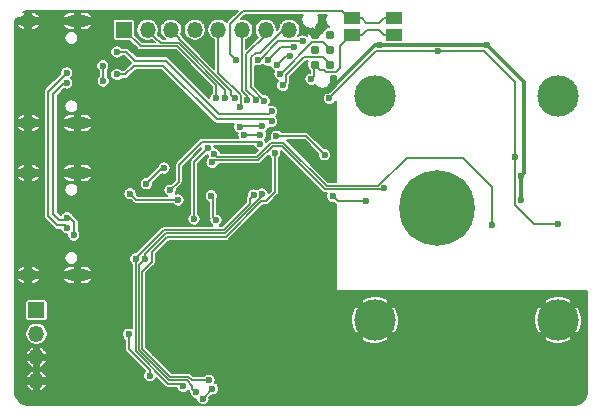
<source format=gbl>
G04 #@! TF.GenerationSoftware,KiCad,Pcbnew,5.1.5+dfsg1-2build2*
G04 #@! TF.CreationDate,2021-12-30T02:49:34+01:00*
G04 #@! TF.ProjectId,OPS,4f50532e-6b69-4636-9164-5f7063625858,rev?*
G04 #@! TF.SameCoordinates,Original*
G04 #@! TF.FileFunction,Copper,L2,Bot*
G04 #@! TF.FilePolarity,Positive*
%FSLAX46Y46*%
G04 Gerber Fmt 4.6, Leading zero omitted, Abs format (unit mm)*
G04 Created by KiCad (PCBNEW 5.1.5+dfsg1-2build2) date 2021-12-30 02:49:34*
%MOMM*%
%LPD*%
G04 APERTURE LIST*
%ADD10C,3.500000*%
%ADD11O,1.350000X1.350000*%
%ADD12R,1.350000X1.350000*%
%ADD13C,6.400000*%
%ADD14R,1.400000X1.050000*%
%ADD15C,0.784860*%
%ADD16O,2.100000X1.000000*%
%ADD17O,1.600000X1.000000*%
%ADD18C,0.600000*%
%ADD19C,0.300000*%
%ADD20C,0.150000*%
%ADD21C,0.200000*%
%ADD22C,0.127000*%
G04 APERTURE END LIST*
D10*
X96750000Y-77000000D03*
X81250000Y-77000000D03*
X96750000Y-58000000D03*
X81250000Y-58000000D03*
D11*
X74000000Y-52400000D03*
X72000000Y-52400000D03*
X70000000Y-52400000D03*
X68000000Y-52400000D03*
X66000000Y-52400000D03*
X64000000Y-52400000D03*
X62000000Y-52400000D03*
D12*
X60000000Y-52400000D03*
D13*
X86500000Y-67500000D03*
D11*
X52600000Y-82150000D03*
X52600000Y-80150000D03*
X52600000Y-78150000D03*
D12*
X52600000Y-76150000D03*
D14*
X79275000Y-51430000D03*
X82875000Y-51430000D03*
X79275000Y-52870000D03*
X82875000Y-52870000D03*
D15*
X77435000Y-52830000D03*
X76165000Y-52830000D03*
X77435000Y-54100000D03*
X76165000Y-54100000D03*
X77435000Y-55370000D03*
X76165000Y-55370000D03*
D16*
X56085000Y-64530000D03*
X56085000Y-73170000D03*
D17*
X51905000Y-64530000D03*
X51905000Y-73170000D03*
D16*
X56085000Y-51680000D03*
X56085000Y-60320000D03*
D17*
X51905000Y-51680000D03*
X51905000Y-60320000D03*
D18*
X62650000Y-79750000D03*
X63750000Y-80500000D03*
X63200000Y-67750000D03*
X61450000Y-69550000D03*
X61400000Y-67750000D03*
X75900000Y-58500000D03*
X62500000Y-62500000D03*
X62500000Y-61500000D03*
X63000000Y-59000000D03*
X62000000Y-59000000D03*
X62000000Y-60000000D03*
X63000000Y-60000000D03*
X60250000Y-55250000D03*
X93600000Y-66800000D03*
X93600000Y-64802002D03*
X63900000Y-64700000D03*
X65197000Y-65409613D03*
X73500000Y-64400000D03*
X81725000Y-53675000D03*
X90775000Y-53725000D03*
X77800000Y-56875000D03*
X66475000Y-65507002D03*
X67620000Y-61300000D03*
X67190000Y-60300000D03*
X72260000Y-63740000D03*
X70280000Y-66130000D03*
X67000000Y-68610000D03*
X71720000Y-69120000D03*
X70300000Y-69110000D03*
X65250000Y-68790000D03*
X65300000Y-70700000D03*
X68800000Y-70700000D03*
X71800000Y-70700000D03*
X60400000Y-71100000D03*
X58950000Y-71500000D03*
X59200000Y-66650000D03*
X58200000Y-63200000D03*
X53400000Y-56800000D03*
X54700000Y-58400000D03*
X53000000Y-59300000D03*
X54600000Y-59300000D03*
X54600000Y-61500000D03*
X53000000Y-61500000D03*
X53000000Y-63900000D03*
X54600000Y-63900000D03*
X56050000Y-79750000D03*
X58550000Y-79750000D03*
X58650000Y-82250000D03*
X55950000Y-82250000D03*
X60500000Y-81600000D03*
X61400000Y-81600000D03*
X61800000Y-82500000D03*
X59700000Y-81600000D03*
X70000000Y-81600000D03*
X70800000Y-81600000D03*
X71600000Y-81600000D03*
X72400000Y-81600000D03*
X69900000Y-82500000D03*
X69900000Y-83300000D03*
X62700000Y-73600000D03*
X69200000Y-74200000D03*
X69200000Y-72200000D03*
X71200000Y-72200000D03*
X76500000Y-73500000D03*
X77500000Y-74200000D03*
X77000000Y-71600000D03*
X75900000Y-70100000D03*
X77000000Y-69000000D03*
X74300000Y-68400000D03*
X74300000Y-69500000D03*
X77600000Y-65100000D03*
X77650000Y-62550000D03*
X77600000Y-60100000D03*
X77600000Y-59000000D03*
X76000000Y-59200000D03*
X74800000Y-57300000D03*
X75300000Y-55800000D03*
X76800000Y-52000000D03*
X73000000Y-51600000D03*
X71000000Y-51600000D03*
X67000000Y-51500000D03*
X65000000Y-51500000D03*
X63000000Y-51500000D03*
X72600000Y-57900000D03*
X64600000Y-60800000D03*
X64600000Y-57800000D03*
X66100000Y-56200000D03*
X65000000Y-55300000D03*
X62900000Y-54400000D03*
X62900000Y-56700000D03*
X60500000Y-56800000D03*
X60500000Y-53700000D03*
X55200000Y-55100000D03*
X59050000Y-68450000D03*
X73150000Y-80600000D03*
X75750000Y-80650000D03*
X75750000Y-78450000D03*
X73150000Y-78450000D03*
X60700000Y-64550000D03*
X68250000Y-62400000D03*
X69950000Y-62500000D03*
X54600000Y-65550000D03*
X53000000Y-65550000D03*
X62200000Y-81700000D03*
X60400000Y-78200000D03*
X64575000Y-66827002D03*
X60519811Y-66292218D03*
X61900000Y-65457002D03*
X63401883Y-64115919D03*
X93100000Y-63200000D03*
X96750000Y-68875000D03*
X77400000Y-58225000D03*
X75850000Y-56600000D03*
X86557609Y-54252010D03*
X66688265Y-83641179D03*
X67500000Y-82800000D03*
X65934390Y-68438517D03*
X67125925Y-62425925D03*
X67640000Y-62940000D03*
X91160000Y-68930000D03*
X58250000Y-56750000D03*
X58212500Y-55462500D03*
X72500000Y-59325000D03*
X59400000Y-54300000D03*
X55150000Y-56925000D03*
X55200000Y-68325000D03*
X55750000Y-69800000D03*
X72500000Y-60175000D03*
X59400000Y-56200000D03*
X55150000Y-56075000D03*
X55200000Y-69175000D03*
X73225000Y-56150000D03*
X73450000Y-57125000D03*
X69450000Y-54940000D03*
X65024786Y-82605297D03*
X61000000Y-71800000D03*
X70976894Y-66402191D03*
X71150025Y-58389975D03*
X66100000Y-83100000D03*
X61800000Y-71800000D03*
X71700223Y-66329112D03*
X71885350Y-58429127D03*
X63900000Y-66000000D03*
X71540000Y-62090000D03*
X67200000Y-82100000D03*
X72767475Y-62807525D03*
X80475000Y-66950000D03*
X77670000Y-66510000D03*
X76990000Y-62990000D03*
X72920708Y-61440757D03*
X72949060Y-55394830D03*
X74050000Y-54600000D03*
X72211023Y-55005393D03*
X74400000Y-53875000D03*
X67400000Y-66475000D03*
X67802361Y-68534562D03*
X75125000Y-53375000D03*
X71350651Y-54939399D03*
X71560000Y-61290000D03*
X70170846Y-61302657D03*
X70412010Y-58369172D03*
X71730000Y-60570000D03*
X69800000Y-60620000D03*
X69800000Y-58960000D03*
X69400000Y-58200000D03*
X68600000Y-58200000D03*
X67800000Y-58200000D03*
X67471134Y-63647128D03*
X82048860Y-65841090D03*
D19*
X93600000Y-66800000D02*
X93600000Y-64800000D01*
X93600000Y-64800000D02*
X93600000Y-64802002D01*
X81250000Y-53675000D02*
X81725000Y-53675000D01*
X77275000Y-57650000D02*
X81250000Y-53675000D01*
X76350000Y-57650000D02*
X77275000Y-57650000D01*
X91074999Y-54024999D02*
X90775000Y-53725000D01*
X93899999Y-56849999D02*
X91074999Y-54024999D01*
X93600000Y-64802002D02*
X93899999Y-64502003D01*
X93899999Y-64502003D02*
X93899999Y-56849999D01*
X90725000Y-53675000D02*
X90775000Y-53725000D01*
X81725000Y-53675000D02*
X90725000Y-53675000D01*
D20*
X61054595Y-66827002D02*
X60519811Y-66292218D01*
X64575000Y-66827002D02*
X61054595Y-66827002D01*
X60400000Y-79425256D02*
X60400000Y-78624264D01*
X62200000Y-81225256D02*
X60400000Y-79425256D01*
X60400000Y-78624264D02*
X60400000Y-78200000D01*
X62200000Y-81700000D02*
X62200000Y-81225256D01*
X63241083Y-64115919D02*
X63401883Y-64115919D01*
X61900000Y-65457002D02*
X63241083Y-64115919D01*
X78300000Y-53820000D02*
X79260000Y-52860000D01*
X78300000Y-55625000D02*
X78300000Y-53820000D01*
X77925000Y-56000000D02*
X78300000Y-55625000D01*
X77150000Y-56000000D02*
X77925000Y-56000000D01*
X76975000Y-55825000D02*
X77150000Y-56000000D01*
X76620000Y-55825000D02*
X76975000Y-55825000D01*
X76165000Y-55370000D02*
X76620000Y-55825000D01*
X82025000Y-52870000D02*
X82875000Y-52870000D01*
X80580000Y-52440000D02*
X81595000Y-52440000D01*
X80150000Y-52870000D02*
X80580000Y-52440000D01*
X81595000Y-52440000D02*
X82025000Y-52870000D01*
X79275000Y-52870000D02*
X80150000Y-52870000D01*
X96325736Y-68875000D02*
X96750000Y-68875000D01*
X93080000Y-67240000D02*
X94715000Y-68875000D01*
X93080000Y-63220000D02*
X93080000Y-67240000D01*
X94715000Y-68875000D02*
X96325736Y-68875000D01*
X93100000Y-63200000D02*
X93080000Y-63220000D01*
X76100000Y-56350000D02*
X75850000Y-56600000D01*
X76100000Y-55535000D02*
X76100000Y-56350000D01*
X76265000Y-55370000D02*
X76100000Y-55535000D01*
D21*
X77400000Y-58225000D02*
X81372990Y-54252010D01*
X81372990Y-54252010D02*
X86133345Y-54252010D01*
X86133345Y-54252010D02*
X86557609Y-54252010D01*
X90502010Y-54252010D02*
X86981873Y-54252010D01*
X93100000Y-56850000D02*
X90502010Y-54252010D01*
X93100000Y-63200000D02*
X93100000Y-56850000D01*
X86981873Y-54252010D02*
X86557609Y-54252010D01*
D20*
X67500000Y-82829444D02*
X67500000Y-82800000D01*
X66688265Y-83641179D02*
X67500000Y-82829444D01*
X65934390Y-63617460D02*
X67125925Y-62425925D01*
X65934390Y-68438517D02*
X65934390Y-63617460D01*
X91160000Y-65710000D02*
X91160000Y-68505736D01*
X88690000Y-63240000D02*
X91160000Y-65710000D01*
X81520000Y-65660000D02*
X83940000Y-63240000D01*
X73481752Y-61970000D02*
X77171752Y-65660000D01*
X91160000Y-68505736D02*
X91160000Y-68930000D01*
X72452964Y-61970000D02*
X73481752Y-61970000D01*
X83940000Y-63240000D02*
X88690000Y-63240000D01*
X77171752Y-65660000D02*
X81520000Y-65660000D01*
X71262964Y-63160000D02*
X72452964Y-61970000D01*
X67860000Y-63160000D02*
X71262964Y-63160000D01*
X67640000Y-62940000D02*
X67860000Y-63160000D01*
D21*
X58250000Y-55500000D02*
X58212500Y-55462500D01*
X58250000Y-56750000D02*
X58250000Y-55500000D01*
X60195001Y-54300000D02*
X59400000Y-54300000D01*
X60920001Y-55025000D02*
X60195001Y-54300000D01*
X72300000Y-59525000D02*
X68075000Y-59525000D01*
X72500000Y-59325000D02*
X72300000Y-59525000D01*
X63575000Y-55025000D02*
X60920001Y-55025000D01*
X68075000Y-59525000D02*
X63575000Y-55025000D01*
X54936397Y-56925000D02*
X54025000Y-57836397D01*
X55150000Y-56925000D02*
X54936397Y-56925000D01*
X54025000Y-68006800D02*
X54543200Y-68525000D01*
X55000000Y-68525000D02*
X55200000Y-68325000D01*
X54543200Y-68525000D02*
X55000000Y-68525000D01*
X55750000Y-69800000D02*
X55800000Y-69750000D01*
X55800000Y-69750000D02*
X55800000Y-68700000D01*
X55800000Y-68700000D02*
X55425000Y-68325000D01*
X55425000Y-68325000D02*
X55200000Y-68325000D01*
X54025000Y-57836397D02*
X54025000Y-68006800D01*
X60855000Y-55475000D02*
X60130000Y-56200000D01*
X60130000Y-56200000D02*
X59400000Y-56200000D01*
X63325000Y-55475000D02*
X60855000Y-55475000D01*
X67850000Y-60000000D02*
X63325000Y-55475000D01*
X72325000Y-60000000D02*
X67850000Y-60000000D01*
X72500000Y-60175000D02*
X72325000Y-60000000D01*
X55150000Y-56075000D02*
X53575000Y-57650000D01*
X53575000Y-68193200D02*
X54356800Y-68975000D01*
X54356800Y-68975000D02*
X55000000Y-68975000D01*
X55000000Y-68975000D02*
X55200000Y-69175000D01*
X53575000Y-57650000D02*
X53575000Y-68193200D01*
D20*
X73267964Y-56150000D02*
X73225000Y-56150000D01*
X75967964Y-53450000D02*
X73267964Y-56150000D01*
X76850000Y-53450000D02*
X75967964Y-53450000D01*
X77550000Y-54150000D02*
X76850000Y-53450000D01*
X73749999Y-56825001D02*
X73450000Y-57125000D01*
X73749999Y-56250001D02*
X73749999Y-56825001D01*
X76850000Y-54750000D02*
X75250000Y-54750000D01*
X75250000Y-54750000D02*
X73749999Y-56250001D01*
X77500000Y-55400000D02*
X76850000Y-54750000D01*
X80520000Y-51825000D02*
X80125000Y-51430000D01*
X80125000Y-51430000D02*
X79275000Y-51430000D01*
X81630000Y-51825000D02*
X80520000Y-51825000D01*
X82025000Y-51430000D02*
X81630000Y-51825000D01*
X82875000Y-51430000D02*
X82025000Y-51430000D01*
X68990000Y-51920000D02*
X68990000Y-54480000D01*
X70080000Y-50830000D02*
X68990000Y-51920000D01*
X78500000Y-50830000D02*
X70080000Y-50830000D01*
X79100000Y-51430000D02*
X78500000Y-50830000D01*
X68990000Y-54480000D02*
X69450000Y-54940000D01*
X79275000Y-51430000D02*
X79100000Y-51430000D01*
X70676895Y-66702190D02*
X70976894Y-66402191D01*
X70676895Y-67139603D02*
X70676895Y-66702190D01*
X63425000Y-69350000D02*
X68466498Y-69350000D01*
X61000000Y-71800000D02*
X61000000Y-71775000D01*
X68466498Y-69350000D02*
X70676895Y-67139603D01*
X61000000Y-71775000D02*
X63425000Y-69350000D01*
X71150025Y-58290025D02*
X71150025Y-58389975D01*
X70360000Y-57500000D02*
X71150025Y-58290025D01*
X70360000Y-54480000D02*
X70360000Y-57500000D01*
X72000000Y-52840000D02*
X70360000Y-54480000D01*
X72000000Y-52400000D02*
X72000000Y-52840000D01*
X61000000Y-72224264D02*
X61000000Y-71800000D01*
X60995978Y-79629482D02*
X60995978Y-72228286D01*
X63766496Y-82400000D02*
X60995978Y-79629482D01*
X60995978Y-72228286D02*
X61000000Y-72224264D01*
X64819489Y-82400000D02*
X63766496Y-82400000D01*
X65024786Y-82605297D02*
X64819489Y-82400000D01*
X61800000Y-71366752D02*
X63539741Y-69627011D01*
X63539741Y-69627011D02*
X68581240Y-69627010D01*
X61800000Y-71800000D02*
X61800000Y-71366752D01*
X68581240Y-69627010D02*
X71700223Y-66508027D01*
X71700223Y-66508027D02*
X71700223Y-66329112D01*
X71885350Y-58415350D02*
X71885350Y-58429127D01*
X70750000Y-57280000D02*
X71885350Y-58415350D01*
X70750000Y-54750000D02*
X70750000Y-57280000D01*
X71150000Y-54350000D02*
X70750000Y-54750000D01*
X71540000Y-54350000D02*
X71150000Y-54350000D01*
X73490000Y-52400000D02*
X71540000Y-54350000D01*
X74000000Y-52400000D02*
X73490000Y-52400000D01*
X65308250Y-82050000D02*
X65354125Y-82095875D01*
X65800001Y-82800001D02*
X66100000Y-83100000D01*
X65800001Y-82541751D02*
X65800001Y-82800001D01*
X65308250Y-82050000D02*
X65800001Y-82541751D01*
X61272989Y-72327011D02*
X61272989Y-79514741D01*
X61272989Y-79514741D02*
X63808249Y-82050001D01*
X61800000Y-71800000D02*
X61272989Y-72327011D01*
X63808249Y-82050001D02*
X65308250Y-82050000D01*
X66635000Y-61890000D02*
X71340000Y-61890000D01*
X64625000Y-65275000D02*
X64625000Y-63900000D01*
X71340000Y-61890000D02*
X71540000Y-62090000D01*
X64625000Y-63900000D02*
X66635000Y-61890000D01*
X63900000Y-66000000D02*
X64625000Y-65275000D01*
X72767475Y-63231789D02*
X72767475Y-62807525D01*
X72767475Y-66182525D02*
X72767475Y-63231789D01*
X72025000Y-66950000D02*
X72767475Y-66182525D01*
X62350000Y-71225000D02*
X63650000Y-69925000D01*
X61550000Y-72900000D02*
X62350000Y-72100000D01*
X63650000Y-69925000D02*
X68675000Y-69925000D01*
X67200000Y-82100000D02*
X65750000Y-82100000D01*
X71650000Y-66950000D02*
X72025000Y-66950000D01*
X62350000Y-72100000D02*
X62350000Y-71225000D01*
X61550000Y-79400000D02*
X61550000Y-72900000D01*
X65422991Y-81772990D02*
X63922990Y-81772990D01*
X68675000Y-69925000D02*
X71650000Y-66950000D01*
X65750000Y-82100000D02*
X65422991Y-81772990D01*
X63922990Y-81772990D02*
X61550000Y-79400000D01*
X80475000Y-66950000D02*
X78487036Y-66950000D01*
X78110000Y-66950000D02*
X77670000Y-66510000D01*
X78487036Y-66950000D02*
X78110000Y-66950000D01*
X76990000Y-62990000D02*
X75440757Y-61440757D01*
X75440757Y-61440757D02*
X72920708Y-61440757D01*
X73743890Y-54600000D02*
X74050000Y-54600000D01*
X72949060Y-55394830D02*
X73743890Y-54600000D01*
X73341416Y-53875000D02*
X74400000Y-53875000D01*
X72211023Y-55005393D02*
X73341416Y-53875000D01*
X67575000Y-68307201D02*
X67802361Y-68534562D01*
X67575000Y-66650000D02*
X67575000Y-68307201D01*
X67400000Y-66475000D02*
X67575000Y-66650000D01*
X71520601Y-54939399D02*
X71350651Y-54939399D01*
X73087001Y-53372999D02*
X71520601Y-54939399D01*
X74698735Y-53372999D02*
X73087001Y-53372999D01*
X74700736Y-53375000D02*
X74698735Y-53372999D01*
X75125000Y-53375000D02*
X74700736Y-53375000D01*
X70183503Y-61290000D02*
X70170846Y-61302657D01*
X71560000Y-61290000D02*
X70183503Y-61290000D01*
X70000000Y-53354594D02*
X70000000Y-52400000D01*
X70000000Y-57640000D02*
X70000000Y-53354594D01*
X70412010Y-58052010D02*
X70000000Y-57640000D01*
X70412010Y-58369172D02*
X70412010Y-58052010D01*
X71730000Y-60570000D02*
X69850000Y-60570000D01*
X69850000Y-60570000D02*
X69800000Y-60620000D01*
X69800000Y-58960000D02*
X69880000Y-58880000D01*
X69880000Y-58880000D02*
X69900000Y-58860000D01*
X68000000Y-56040000D02*
X68000000Y-52400000D01*
X69910000Y-57950000D02*
X68000000Y-56040000D01*
X69910000Y-58850000D02*
X69910000Y-57950000D01*
X69800000Y-58960000D02*
X69910000Y-58850000D01*
X64674999Y-53191495D02*
X64674999Y-53074999D01*
X69100001Y-57616497D02*
X64674999Y-53191495D01*
X69100001Y-57900001D02*
X69100001Y-57616497D01*
X69400000Y-58200000D02*
X69100001Y-57900001D01*
X64674999Y-53074999D02*
X64000000Y-52400000D01*
X68600000Y-58200000D02*
X68600000Y-57508248D01*
X62674999Y-53074999D02*
X62000000Y-52400000D01*
X64639741Y-53547989D02*
X63147989Y-53547989D01*
X63147989Y-53547989D02*
X62674999Y-53074999D01*
X68600000Y-57508248D02*
X64639741Y-53547989D01*
X67800000Y-57100000D02*
X64525000Y-53825000D01*
X67800000Y-58200000D02*
X67800000Y-57100000D01*
X61425000Y-53825000D02*
X60000000Y-52400000D01*
X64525000Y-53825000D02*
X61425000Y-53825000D01*
X81952939Y-65937011D02*
X82048860Y-65841090D01*
X77037011Y-65937011D02*
X81952939Y-65937011D01*
X73347011Y-62247011D02*
X77037011Y-65937011D01*
X71372038Y-63460000D02*
X72585027Y-62247011D01*
X67658262Y-63460000D02*
X71372038Y-63460000D01*
X72585027Y-62247011D02*
X73347011Y-62247011D01*
X67471134Y-63647128D02*
X67658262Y-63460000D01*
D22*
G36*
X68762399Y-51668891D02*
G01*
X68749487Y-51679488D01*
X68707186Y-51731031D01*
X68690148Y-51762908D01*
X68598259Y-51671019D01*
X68444546Y-51568312D01*
X68273750Y-51497566D01*
X68092434Y-51461500D01*
X67907566Y-51461500D01*
X67726250Y-51497566D01*
X67555454Y-51568312D01*
X67401741Y-51671019D01*
X67271019Y-51801741D01*
X67168312Y-51955454D01*
X67097566Y-52126250D01*
X67061500Y-52307566D01*
X67061500Y-52492434D01*
X67097566Y-52673750D01*
X67168312Y-52844546D01*
X67271019Y-52998259D01*
X67401741Y-53128981D01*
X67555454Y-53231688D01*
X67661501Y-53275614D01*
X67661500Y-55699285D01*
X65012724Y-53050510D01*
X65008600Y-53008643D01*
X65008600Y-53008641D01*
X64989245Y-52944834D01*
X64969921Y-52908682D01*
X64957813Y-52886029D01*
X64915512Y-52834486D01*
X64902601Y-52823890D01*
X64858508Y-52779797D01*
X64902434Y-52673750D01*
X64938500Y-52492434D01*
X64938500Y-52307566D01*
X65061500Y-52307566D01*
X65061500Y-52492434D01*
X65097566Y-52673750D01*
X65168312Y-52844546D01*
X65271019Y-52998259D01*
X65401741Y-53128981D01*
X65555454Y-53231688D01*
X65726250Y-53302434D01*
X65907566Y-53338500D01*
X66092434Y-53338500D01*
X66273750Y-53302434D01*
X66444546Y-53231688D01*
X66598259Y-53128981D01*
X66728981Y-52998259D01*
X66831688Y-52844546D01*
X66902434Y-52673750D01*
X66938500Y-52492434D01*
X66938500Y-52307566D01*
X66902434Y-52126250D01*
X66831688Y-51955454D01*
X66728981Y-51801741D01*
X66598259Y-51671019D01*
X66444546Y-51568312D01*
X66273750Y-51497566D01*
X66092434Y-51461500D01*
X65907566Y-51461500D01*
X65726250Y-51497566D01*
X65555454Y-51568312D01*
X65401741Y-51671019D01*
X65271019Y-51801741D01*
X65168312Y-51955454D01*
X65097566Y-52126250D01*
X65061500Y-52307566D01*
X64938500Y-52307566D01*
X64902434Y-52126250D01*
X64831688Y-51955454D01*
X64728981Y-51801741D01*
X64598259Y-51671019D01*
X64444546Y-51568312D01*
X64273750Y-51497566D01*
X64092434Y-51461500D01*
X63907566Y-51461500D01*
X63726250Y-51497566D01*
X63555454Y-51568312D01*
X63401741Y-51671019D01*
X63271019Y-51801741D01*
X63168312Y-51955454D01*
X63097566Y-52126250D01*
X63061500Y-52307566D01*
X63061500Y-52492434D01*
X63097566Y-52673750D01*
X63168312Y-52844546D01*
X63271019Y-52998259D01*
X63401741Y-53128981D01*
X63522231Y-53209489D01*
X63288200Y-53209489D01*
X62926110Y-52847400D01*
X62926106Y-52847395D01*
X62858508Y-52779797D01*
X62902434Y-52673750D01*
X62938500Y-52492434D01*
X62938500Y-52307566D01*
X62902434Y-52126250D01*
X62831688Y-51955454D01*
X62728981Y-51801741D01*
X62598259Y-51671019D01*
X62444546Y-51568312D01*
X62273750Y-51497566D01*
X62092434Y-51461500D01*
X61907566Y-51461500D01*
X61726250Y-51497566D01*
X61555454Y-51568312D01*
X61401741Y-51671019D01*
X61271019Y-51801741D01*
X61168312Y-51955454D01*
X61097566Y-52126250D01*
X61061500Y-52307566D01*
X61061500Y-52492434D01*
X61097566Y-52673750D01*
X61168312Y-52844546D01*
X61271019Y-52998259D01*
X61401741Y-53128981D01*
X61555454Y-53231688D01*
X61726250Y-53302434D01*
X61907566Y-53338500D01*
X62092434Y-53338500D01*
X62273750Y-53302434D01*
X62379797Y-53258508D01*
X62447395Y-53326106D01*
X62447400Y-53326110D01*
X62607790Y-53486500D01*
X61565211Y-53486500D01*
X60939774Y-52861064D01*
X60939774Y-51725000D01*
X60934686Y-51673345D01*
X60919619Y-51623675D01*
X60895152Y-51577899D01*
X60862223Y-51537777D01*
X60822101Y-51504848D01*
X60776325Y-51480381D01*
X60726655Y-51465314D01*
X60675000Y-51460226D01*
X59325000Y-51460226D01*
X59273345Y-51465314D01*
X59223675Y-51480381D01*
X59177899Y-51504848D01*
X59137777Y-51537777D01*
X59104848Y-51577899D01*
X59080381Y-51623675D01*
X59065314Y-51673345D01*
X59060226Y-51725000D01*
X59060226Y-53075000D01*
X59065314Y-53126655D01*
X59080381Y-53176325D01*
X59104848Y-53222101D01*
X59137777Y-53262223D01*
X59177899Y-53295152D01*
X59223675Y-53319619D01*
X59273345Y-53334686D01*
X59325000Y-53339774D01*
X60461064Y-53339774D01*
X61173891Y-54052602D01*
X61184487Y-54065513D01*
X61236030Y-54107814D01*
X61294835Y-54139246D01*
X61330285Y-54149999D01*
X61358642Y-54158601D01*
X61364936Y-54159221D01*
X61408380Y-54163500D01*
X61408387Y-54163500D01*
X61424999Y-54165136D01*
X61441611Y-54163500D01*
X64384790Y-54163500D01*
X67461501Y-57240212D01*
X67461500Y-57748462D01*
X67440789Y-57762301D01*
X67362301Y-57840789D01*
X67300632Y-57933082D01*
X67258155Y-58035633D01*
X67236500Y-58144500D01*
X67236500Y-58172433D01*
X63844654Y-54780588D01*
X63833276Y-54766724D01*
X63777926Y-54721299D01*
X63714778Y-54687546D01*
X63646258Y-54666760D01*
X63592850Y-54661500D01*
X63592840Y-54661500D01*
X63575000Y-54659743D01*
X63557160Y-54661500D01*
X61070568Y-54661500D01*
X60464655Y-54055588D01*
X60453277Y-54041724D01*
X60397927Y-53996299D01*
X60334779Y-53962546D01*
X60266259Y-53941760D01*
X60212851Y-53936500D01*
X60212841Y-53936500D01*
X60195001Y-53934743D01*
X60177161Y-53936500D01*
X59833410Y-53936500D01*
X59759211Y-53862301D01*
X59666918Y-53800632D01*
X59564367Y-53758155D01*
X59455500Y-53736500D01*
X59344500Y-53736500D01*
X59235633Y-53758155D01*
X59133082Y-53800632D01*
X59040789Y-53862301D01*
X58962301Y-53940789D01*
X58900632Y-54033082D01*
X58858155Y-54135633D01*
X58836500Y-54244500D01*
X58836500Y-54355500D01*
X58858155Y-54464367D01*
X58900632Y-54566918D01*
X58962301Y-54659211D01*
X59040789Y-54737699D01*
X59133082Y-54799368D01*
X59235633Y-54841845D01*
X59344500Y-54863500D01*
X59455500Y-54863500D01*
X59564367Y-54841845D01*
X59666918Y-54799368D01*
X59759211Y-54737699D01*
X59833410Y-54663500D01*
X60044435Y-54663500D01*
X60597237Y-55216303D01*
X60596724Y-55216724D01*
X60585350Y-55230583D01*
X59979434Y-55836500D01*
X59833410Y-55836500D01*
X59759211Y-55762301D01*
X59666918Y-55700632D01*
X59564367Y-55658155D01*
X59455500Y-55636500D01*
X59344500Y-55636500D01*
X59235633Y-55658155D01*
X59133082Y-55700632D01*
X59040789Y-55762301D01*
X58962301Y-55840789D01*
X58900632Y-55933082D01*
X58858155Y-56035633D01*
X58836500Y-56144500D01*
X58836500Y-56255500D01*
X58858155Y-56364367D01*
X58900632Y-56466918D01*
X58962301Y-56559211D01*
X59040789Y-56637699D01*
X59133082Y-56699368D01*
X59235633Y-56741845D01*
X59344500Y-56763500D01*
X59455500Y-56763500D01*
X59564367Y-56741845D01*
X59666918Y-56699368D01*
X59759211Y-56637699D01*
X59833410Y-56563500D01*
X60112160Y-56563500D01*
X60130000Y-56565257D01*
X60147840Y-56563500D01*
X60147850Y-56563500D01*
X60201258Y-56558240D01*
X60269778Y-56537454D01*
X60332926Y-56503701D01*
X60388276Y-56458276D01*
X60399654Y-56444412D01*
X61005567Y-55838500D01*
X63174434Y-55838500D01*
X67580345Y-60244411D01*
X67591724Y-60258276D01*
X67605588Y-60269654D01*
X67647072Y-60303700D01*
X67647074Y-60303701D01*
X67710222Y-60337454D01*
X67778742Y-60358240D01*
X67832150Y-60363500D01*
X67832159Y-60363500D01*
X67849999Y-60365257D01*
X67867839Y-60363500D01*
X69296317Y-60363500D01*
X69258155Y-60455633D01*
X69236500Y-60564500D01*
X69236500Y-60675500D01*
X69258155Y-60784367D01*
X69300632Y-60886918D01*
X69362301Y-60979211D01*
X69440789Y-61057699D01*
X69533082Y-61119368D01*
X69625177Y-61157514D01*
X69607346Y-61247157D01*
X69607346Y-61358157D01*
X69629001Y-61467024D01*
X69663991Y-61551500D01*
X66651611Y-61551500D01*
X66634999Y-61549864D01*
X66618387Y-61551500D01*
X66618380Y-61551500D01*
X66574936Y-61555779D01*
X66568642Y-61556399D01*
X66549287Y-61562270D01*
X66504835Y-61575754D01*
X66446030Y-61607186D01*
X66394487Y-61649487D01*
X66383891Y-61662398D01*
X64397399Y-63648891D01*
X64384488Y-63659487D01*
X64373893Y-63672397D01*
X64342187Y-63711030D01*
X64310754Y-63769836D01*
X64291399Y-63833643D01*
X64284864Y-63900000D01*
X64286501Y-63916622D01*
X64286500Y-65134789D01*
X63979930Y-65441359D01*
X63955500Y-65436500D01*
X63844500Y-65436500D01*
X63735633Y-65458155D01*
X63633082Y-65500632D01*
X63540789Y-65562301D01*
X63462301Y-65640789D01*
X63400632Y-65733082D01*
X63358155Y-65835633D01*
X63336500Y-65944500D01*
X63336500Y-66055500D01*
X63358155Y-66164367D01*
X63400632Y-66266918D01*
X63462301Y-66359211D01*
X63540789Y-66437699D01*
X63616820Y-66488502D01*
X61194806Y-66488502D01*
X61078452Y-66372148D01*
X61083311Y-66347718D01*
X61083311Y-66236718D01*
X61061656Y-66127851D01*
X61019179Y-66025300D01*
X60957510Y-65933007D01*
X60879022Y-65854519D01*
X60786729Y-65792850D01*
X60684178Y-65750373D01*
X60575311Y-65728718D01*
X60464311Y-65728718D01*
X60355444Y-65750373D01*
X60252893Y-65792850D01*
X60160600Y-65854519D01*
X60082112Y-65933007D01*
X60020443Y-66025300D01*
X59977966Y-66127851D01*
X59956311Y-66236718D01*
X59956311Y-66347718D01*
X59977966Y-66456585D01*
X60020443Y-66559136D01*
X60082112Y-66651429D01*
X60160600Y-66729917D01*
X60252893Y-66791586D01*
X60355444Y-66834063D01*
X60464311Y-66855718D01*
X60575311Y-66855718D01*
X60599741Y-66850859D01*
X60803486Y-67054604D01*
X60814082Y-67067515D01*
X60865625Y-67109816D01*
X60920168Y-67138970D01*
X60924430Y-67141248D01*
X60988237Y-67160603D01*
X60993986Y-67161169D01*
X61037975Y-67165502D01*
X61037983Y-67165502D01*
X61054595Y-67167138D01*
X61071207Y-67165502D01*
X64123462Y-67165502D01*
X64137301Y-67186213D01*
X64215789Y-67264701D01*
X64308082Y-67326370D01*
X64410633Y-67368847D01*
X64519500Y-67390502D01*
X64630500Y-67390502D01*
X64739367Y-67368847D01*
X64841918Y-67326370D01*
X64934211Y-67264701D01*
X65012699Y-67186213D01*
X65074368Y-67093920D01*
X65116845Y-66991369D01*
X65138500Y-66882502D01*
X65138500Y-66771502D01*
X65116845Y-66662635D01*
X65074368Y-66560084D01*
X65012699Y-66467791D01*
X64934211Y-66389303D01*
X64841918Y-66327634D01*
X64739367Y-66285157D01*
X64630500Y-66263502D01*
X64519500Y-66263502D01*
X64410633Y-66285157D01*
X64378206Y-66298588D01*
X64399368Y-66266918D01*
X64441845Y-66164367D01*
X64463500Y-66055500D01*
X64463500Y-65944500D01*
X64458641Y-65920070D01*
X64852607Y-65526104D01*
X64865512Y-65515513D01*
X64907814Y-65463970D01*
X64939246Y-65405165D01*
X64949954Y-65369863D01*
X64958601Y-65341358D01*
X64960557Y-65321500D01*
X64963500Y-65291620D01*
X64963500Y-65291612D01*
X64965136Y-65275000D01*
X64963500Y-65258388D01*
X64963500Y-64040210D01*
X66562425Y-62441286D01*
X66562425Y-62481425D01*
X66567284Y-62505855D01*
X65706789Y-63366351D01*
X65693878Y-63376947D01*
X65683283Y-63389857D01*
X65651577Y-63428490D01*
X65620144Y-63487296D01*
X65600789Y-63551103D01*
X65594254Y-63617460D01*
X65595891Y-63634082D01*
X65595890Y-67986979D01*
X65575179Y-68000818D01*
X65496691Y-68079306D01*
X65435022Y-68171599D01*
X65392545Y-68274150D01*
X65370890Y-68383017D01*
X65370890Y-68494017D01*
X65392545Y-68602884D01*
X65435022Y-68705435D01*
X65496691Y-68797728D01*
X65575179Y-68876216D01*
X65667472Y-68937885D01*
X65770023Y-68980362D01*
X65878890Y-69002017D01*
X65989890Y-69002017D01*
X66098757Y-68980362D01*
X66201308Y-68937885D01*
X66293601Y-68876216D01*
X66372089Y-68797728D01*
X66433758Y-68705435D01*
X66476235Y-68602884D01*
X66497890Y-68494017D01*
X66497890Y-68383017D01*
X66476235Y-68274150D01*
X66433758Y-68171599D01*
X66372089Y-68079306D01*
X66293601Y-68000818D01*
X66272890Y-67986979D01*
X66272890Y-63757670D01*
X67045995Y-62984566D01*
X67070425Y-62989425D01*
X67076500Y-62989425D01*
X67076500Y-62995500D01*
X67098155Y-63104367D01*
X67135223Y-63193860D01*
X67111923Y-63209429D01*
X67033435Y-63287917D01*
X66971766Y-63380210D01*
X66929289Y-63482761D01*
X66907634Y-63591628D01*
X66907634Y-63702628D01*
X66929289Y-63811495D01*
X66971766Y-63914046D01*
X67033435Y-64006339D01*
X67111923Y-64084827D01*
X67204216Y-64146496D01*
X67306767Y-64188973D01*
X67415634Y-64210628D01*
X67526634Y-64210628D01*
X67635501Y-64188973D01*
X67738052Y-64146496D01*
X67830345Y-64084827D01*
X67908833Y-64006339D01*
X67970502Y-63914046D01*
X68012979Y-63811495D01*
X68015564Y-63798500D01*
X71355426Y-63798500D01*
X71372038Y-63800136D01*
X71388650Y-63798500D01*
X71388658Y-63798500D01*
X71438395Y-63793601D01*
X71502203Y-63774246D01*
X71561008Y-63742814D01*
X71612551Y-63700513D01*
X71623151Y-63687597D01*
X72258793Y-63051956D01*
X72268107Y-63074443D01*
X72329776Y-63166736D01*
X72408264Y-63245224D01*
X72428976Y-63259063D01*
X72428975Y-66045585D01*
X72254284Y-66226159D01*
X72242068Y-66164745D01*
X72199591Y-66062194D01*
X72137922Y-65969901D01*
X72059434Y-65891413D01*
X71967141Y-65829744D01*
X71864590Y-65787267D01*
X71755723Y-65765612D01*
X71644723Y-65765612D01*
X71535856Y-65787267D01*
X71433305Y-65829744D01*
X71341012Y-65891413D01*
X71295239Y-65937186D01*
X71243812Y-65902823D01*
X71141261Y-65860346D01*
X71032394Y-65838691D01*
X70921394Y-65838691D01*
X70812527Y-65860346D01*
X70709976Y-65902823D01*
X70617683Y-65964492D01*
X70539195Y-66042980D01*
X70477526Y-66135273D01*
X70435049Y-66237824D01*
X70413394Y-66346691D01*
X70413394Y-66457691D01*
X70418517Y-66483446D01*
X70394082Y-66513220D01*
X70362649Y-66572026D01*
X70343294Y-66635833D01*
X70340540Y-66663801D01*
X70338395Y-66685570D01*
X70338395Y-66685578D01*
X70336759Y-66702190D01*
X70338395Y-66718802D01*
X70338395Y-66999392D01*
X68326288Y-69011500D01*
X68102847Y-69011500D01*
X68161572Y-68972261D01*
X68240060Y-68893773D01*
X68301729Y-68801480D01*
X68344206Y-68698929D01*
X68365861Y-68590062D01*
X68365861Y-68479062D01*
X68344206Y-68370195D01*
X68301729Y-68267644D01*
X68240060Y-68175351D01*
X68161572Y-68096863D01*
X68069279Y-68035194D01*
X67966728Y-67992717D01*
X67913500Y-67982129D01*
X67913500Y-66707800D01*
X67941845Y-66639367D01*
X67963500Y-66530500D01*
X67963500Y-66419500D01*
X67941845Y-66310633D01*
X67899368Y-66208082D01*
X67837699Y-66115789D01*
X67759211Y-66037301D01*
X67666918Y-65975632D01*
X67564367Y-65933155D01*
X67455500Y-65911500D01*
X67344500Y-65911500D01*
X67235633Y-65933155D01*
X67133082Y-65975632D01*
X67040789Y-66037301D01*
X66962301Y-66115789D01*
X66900632Y-66208082D01*
X66858155Y-66310633D01*
X66836500Y-66419500D01*
X66836500Y-66530500D01*
X66858155Y-66639367D01*
X66900632Y-66741918D01*
X66962301Y-66834211D01*
X67040789Y-66912699D01*
X67133082Y-66974368D01*
X67235633Y-67016845D01*
X67236500Y-67017018D01*
X67236501Y-68290579D01*
X67234864Y-68307201D01*
X67241399Y-68373558D01*
X67252541Y-68410289D01*
X67238861Y-68479062D01*
X67238861Y-68590062D01*
X67260516Y-68698929D01*
X67302993Y-68801480D01*
X67364662Y-68893773D01*
X67443150Y-68972261D01*
X67501875Y-69011500D01*
X63441612Y-69011500D01*
X63425000Y-69009864D01*
X63408388Y-69011500D01*
X63408380Y-69011500D01*
X63364391Y-69015833D01*
X63358642Y-69016399D01*
X63300848Y-69033930D01*
X63294835Y-69035754D01*
X63236030Y-69067186D01*
X63184487Y-69109487D01*
X63173892Y-69122397D01*
X61059078Y-71237212D01*
X61055500Y-71236500D01*
X60944500Y-71236500D01*
X60835633Y-71258155D01*
X60733082Y-71300632D01*
X60640789Y-71362301D01*
X60562301Y-71440789D01*
X60500632Y-71533082D01*
X60458155Y-71635633D01*
X60436500Y-71744500D01*
X60436500Y-71855500D01*
X60458155Y-71964367D01*
X60500632Y-72066918D01*
X60562301Y-72159211D01*
X60640789Y-72237699D01*
X60657479Y-72248851D01*
X60657478Y-77696722D01*
X60564367Y-77658155D01*
X60455500Y-77636500D01*
X60344500Y-77636500D01*
X60235633Y-77658155D01*
X60133082Y-77700632D01*
X60040789Y-77762301D01*
X59962301Y-77840789D01*
X59900632Y-77933082D01*
X59858155Y-78035633D01*
X59836500Y-78144500D01*
X59836500Y-78255500D01*
X59858155Y-78364367D01*
X59900632Y-78466918D01*
X59962301Y-78559211D01*
X60040789Y-78637699D01*
X60061501Y-78651538D01*
X60061500Y-79408643D01*
X60059864Y-79425256D01*
X60061500Y-79441868D01*
X60061500Y-79441875D01*
X60065779Y-79485319D01*
X60066399Y-79491613D01*
X60068736Y-79499318D01*
X60085754Y-79555420D01*
X60117186Y-79614225D01*
X60159487Y-79665768D01*
X60172399Y-79676365D01*
X61799562Y-81303528D01*
X61762301Y-81340789D01*
X61700632Y-81433082D01*
X61658155Y-81535633D01*
X61636500Y-81644500D01*
X61636500Y-81755500D01*
X61658155Y-81864367D01*
X61700632Y-81966918D01*
X61762301Y-82059211D01*
X61840789Y-82137699D01*
X61933082Y-82199368D01*
X62035633Y-82241845D01*
X62144500Y-82263500D01*
X62255500Y-82263500D01*
X62364367Y-82241845D01*
X62466918Y-82199368D01*
X62559211Y-82137699D01*
X62637699Y-82059211D01*
X62699368Y-81966918D01*
X62741845Y-81864367D01*
X62743555Y-81855770D01*
X63515387Y-82627602D01*
X63525983Y-82640513D01*
X63577526Y-82682814D01*
X63636331Y-82714246D01*
X63669816Y-82724403D01*
X63700138Y-82733601D01*
X63706432Y-82734221D01*
X63749876Y-82738500D01*
X63749883Y-82738500D01*
X63766495Y-82740136D01*
X63783107Y-82738500D01*
X64476742Y-82738500D01*
X64482941Y-82769664D01*
X64525418Y-82872215D01*
X64587087Y-82964508D01*
X64665575Y-83042996D01*
X64757868Y-83104665D01*
X64860419Y-83147142D01*
X64969286Y-83168797D01*
X65080286Y-83168797D01*
X65189153Y-83147142D01*
X65291704Y-83104665D01*
X65383997Y-83042996D01*
X65462485Y-82964508D01*
X65485654Y-82929833D01*
X65485755Y-82930166D01*
X65517187Y-82988971D01*
X65541623Y-83018745D01*
X65536500Y-83044500D01*
X65536500Y-83155500D01*
X65558155Y-83264367D01*
X65600632Y-83366918D01*
X65662301Y-83459211D01*
X65740789Y-83537699D01*
X65833082Y-83599368D01*
X65935633Y-83641845D01*
X66044500Y-83663500D01*
X66124765Y-83663500D01*
X66124765Y-83696679D01*
X66146420Y-83805546D01*
X66188897Y-83908097D01*
X66250566Y-84000390D01*
X66329054Y-84078878D01*
X66421347Y-84140547D01*
X66523898Y-84183024D01*
X66632765Y-84204679D01*
X66743765Y-84204679D01*
X66852632Y-84183024D01*
X66955183Y-84140547D01*
X67047476Y-84078878D01*
X67125964Y-84000390D01*
X67187633Y-83908097D01*
X67230110Y-83805546D01*
X67251765Y-83696679D01*
X67251765Y-83585679D01*
X67246906Y-83561249D01*
X67444655Y-83363500D01*
X67555500Y-83363500D01*
X67664367Y-83341845D01*
X67766918Y-83299368D01*
X67859211Y-83237699D01*
X67937699Y-83159211D01*
X67999368Y-83066918D01*
X68041845Y-82964367D01*
X68063500Y-82855500D01*
X68063500Y-82744500D01*
X68041845Y-82635633D01*
X67999368Y-82533082D01*
X67937699Y-82440789D01*
X67859211Y-82362301D01*
X67766918Y-82300632D01*
X67732695Y-82286457D01*
X67741845Y-82264367D01*
X67763500Y-82155500D01*
X67763500Y-82044500D01*
X67741845Y-81935633D01*
X67699368Y-81833082D01*
X67637699Y-81740789D01*
X67559211Y-81662301D01*
X67466918Y-81600632D01*
X67364367Y-81558155D01*
X67255500Y-81536500D01*
X67144500Y-81536500D01*
X67035633Y-81558155D01*
X66933082Y-81600632D01*
X66840789Y-81662301D01*
X66762301Y-81740789D01*
X66748462Y-81761500D01*
X65890211Y-81761500D01*
X65674104Y-81545393D01*
X65663504Y-81532477D01*
X65611961Y-81490176D01*
X65553156Y-81458744D01*
X65504199Y-81443894D01*
X65489349Y-81439389D01*
X65483600Y-81438823D01*
X65439611Y-81434490D01*
X65439603Y-81434490D01*
X65422991Y-81432854D01*
X65406379Y-81434490D01*
X64063202Y-81434490D01*
X61888500Y-79259790D01*
X61888500Y-78541158D01*
X80043303Y-78541158D01*
X80260253Y-78764627D01*
X80623532Y-78923811D01*
X81010886Y-79009063D01*
X81407430Y-79017108D01*
X81797923Y-78947637D01*
X82167359Y-78803319D01*
X82239747Y-78764627D01*
X82456697Y-78541158D01*
X95543303Y-78541158D01*
X95760253Y-78764627D01*
X96123532Y-78923811D01*
X96510886Y-79009063D01*
X96907430Y-79017108D01*
X97297923Y-78947637D01*
X97667359Y-78803319D01*
X97739747Y-78764627D01*
X97956697Y-78541158D01*
X96750000Y-77334462D01*
X95543303Y-78541158D01*
X82456697Y-78541158D01*
X81250000Y-77334462D01*
X80043303Y-78541158D01*
X61888500Y-78541158D01*
X61888500Y-77157430D01*
X79232892Y-77157430D01*
X79302363Y-77547923D01*
X79446681Y-77917359D01*
X79485373Y-77989747D01*
X79708842Y-78206697D01*
X80915538Y-77000000D01*
X81584462Y-77000000D01*
X82791158Y-78206697D01*
X83014627Y-77989747D01*
X83173811Y-77626468D01*
X83259063Y-77239114D01*
X83260720Y-77157430D01*
X94732892Y-77157430D01*
X94802363Y-77547923D01*
X94946681Y-77917359D01*
X94985373Y-77989747D01*
X95208842Y-78206697D01*
X96415538Y-77000000D01*
X97084462Y-77000000D01*
X98291158Y-78206697D01*
X98514627Y-77989747D01*
X98673811Y-77626468D01*
X98759063Y-77239114D01*
X98767108Y-76842570D01*
X98697637Y-76452077D01*
X98553319Y-76082641D01*
X98514627Y-76010253D01*
X98291158Y-75793303D01*
X97084462Y-77000000D01*
X96415538Y-77000000D01*
X95208842Y-75793303D01*
X94985373Y-76010253D01*
X94826189Y-76373532D01*
X94740937Y-76760886D01*
X94732892Y-77157430D01*
X83260720Y-77157430D01*
X83267108Y-76842570D01*
X83197637Y-76452077D01*
X83053319Y-76082641D01*
X83014627Y-76010253D01*
X82791158Y-75793303D01*
X81584462Y-77000000D01*
X80915538Y-77000000D01*
X79708842Y-75793303D01*
X79485373Y-76010253D01*
X79326189Y-76373532D01*
X79240937Y-76760886D01*
X79232892Y-77157430D01*
X61888500Y-77157430D01*
X61888500Y-75458842D01*
X80043303Y-75458842D01*
X81250000Y-76665538D01*
X82456697Y-75458842D01*
X95543303Y-75458842D01*
X96750000Y-76665538D01*
X97956697Y-75458842D01*
X97739747Y-75235373D01*
X97376468Y-75076189D01*
X96989114Y-74990937D01*
X96592570Y-74982892D01*
X96202077Y-75052363D01*
X95832641Y-75196681D01*
X95760253Y-75235373D01*
X95543303Y-75458842D01*
X82456697Y-75458842D01*
X82239747Y-75235373D01*
X81876468Y-75076189D01*
X81489114Y-74990937D01*
X81092570Y-74982892D01*
X80702077Y-75052363D01*
X80332641Y-75196681D01*
X80260253Y-75235373D01*
X80043303Y-75458842D01*
X61888500Y-75458842D01*
X61888500Y-73040210D01*
X62577607Y-72351104D01*
X62590512Y-72340513D01*
X62601594Y-72327011D01*
X62610460Y-72316207D01*
X62632814Y-72288970D01*
X62664246Y-72230165D01*
X62674271Y-72197117D01*
X62683601Y-72166358D01*
X62684433Y-72157907D01*
X62688500Y-72116620D01*
X62688500Y-72116612D01*
X62690136Y-72100000D01*
X62688500Y-72083388D01*
X62688500Y-71365210D01*
X63790212Y-70263500D01*
X68658388Y-70263500D01*
X68675000Y-70265136D01*
X68691612Y-70263500D01*
X68691620Y-70263500D01*
X68741357Y-70258601D01*
X68805165Y-70239246D01*
X68863970Y-70207814D01*
X68915513Y-70165513D01*
X68926113Y-70152597D01*
X71790211Y-67288500D01*
X72011192Y-67288500D01*
X72030630Y-67290090D01*
X72060960Y-67286595D01*
X72091357Y-67283601D01*
X72094061Y-67282781D01*
X72096871Y-67282457D01*
X72125944Y-67273110D01*
X72155165Y-67264246D01*
X72157659Y-67262913D01*
X72160349Y-67262048D01*
X72186979Y-67247241D01*
X72213970Y-67232814D01*
X72216164Y-67231013D01*
X72218625Y-67229645D01*
X72241857Y-67209928D01*
X72265513Y-67190513D01*
X72277892Y-67175430D01*
X72997256Y-66431845D01*
X73007987Y-66423038D01*
X73020356Y-66407967D01*
X73022316Y-66405941D01*
X73030926Y-66395087D01*
X73050289Y-66371495D01*
X73051624Y-66368998D01*
X73053377Y-66366788D01*
X73067307Y-66339657D01*
X73081721Y-66312690D01*
X73082542Y-66309984D01*
X73083832Y-66307471D01*
X73092214Y-66278097D01*
X73101076Y-66248882D01*
X73101353Y-66246072D01*
X73102129Y-66243352D01*
X73104616Y-66212943D01*
X73105975Y-66199145D01*
X73105975Y-66196325D01*
X73107564Y-66176895D01*
X73105975Y-66163103D01*
X73105975Y-63259063D01*
X73126686Y-63245224D01*
X73205174Y-63166736D01*
X73266843Y-63074443D01*
X73309320Y-62971892D01*
X73330975Y-62863025D01*
X73330975Y-62752025D01*
X73320462Y-62699172D01*
X76785902Y-66164613D01*
X76796498Y-66177524D01*
X76848041Y-66219825D01*
X76906846Y-66251257D01*
X76955803Y-66266107D01*
X76970653Y-66270612D01*
X76976947Y-66271232D01*
X77020391Y-66275511D01*
X77020398Y-66275511D01*
X77037010Y-66277147D01*
X77053622Y-66275511D01*
X77157200Y-66275511D01*
X77128155Y-66345633D01*
X77106500Y-66454500D01*
X77106500Y-66565500D01*
X77128155Y-66674367D01*
X77170632Y-66776918D01*
X77232301Y-66869211D01*
X77310789Y-66947699D01*
X77403082Y-67009368D01*
X77505633Y-67051845D01*
X77614500Y-67073500D01*
X77725500Y-67073500D01*
X77749930Y-67068641D01*
X77858891Y-67177602D01*
X77869487Y-67190513D01*
X77921030Y-67232814D01*
X77936500Y-67241083D01*
X77936500Y-74500000D01*
X77937720Y-74512388D01*
X77941334Y-74524300D01*
X77947202Y-74535279D01*
X77955099Y-74544901D01*
X77964721Y-74552798D01*
X77975700Y-74558666D01*
X77987612Y-74562280D01*
X78000000Y-74563500D01*
X99211501Y-74563500D01*
X99211501Y-82985882D01*
X99187071Y-83235044D01*
X99118807Y-83461142D01*
X99007932Y-83669667D01*
X98858664Y-83852689D01*
X98676686Y-84003233D01*
X98468941Y-84115561D01*
X98243329Y-84185400D01*
X97994997Y-84211500D01*
X52014108Y-84211500D01*
X51764956Y-84187071D01*
X51538858Y-84118807D01*
X51330333Y-84007932D01*
X51147311Y-83858664D01*
X50996767Y-83676686D01*
X50884439Y-83468941D01*
X50814600Y-83243329D01*
X50788500Y-82994997D01*
X50788500Y-82525664D01*
X51739965Y-82525664D01*
X51809827Y-82656395D01*
X51923803Y-82800820D01*
X52063765Y-82920234D01*
X52224334Y-83010048D01*
X52363500Y-82992352D01*
X52363500Y-82386500D01*
X52836500Y-82386500D01*
X52836500Y-82992352D01*
X52975666Y-83010048D01*
X53136235Y-82920234D01*
X53276197Y-82800820D01*
X53390173Y-82656395D01*
X53460035Y-82525664D01*
X53439966Y-82386500D01*
X52836500Y-82386500D01*
X52363500Y-82386500D01*
X51760034Y-82386500D01*
X51739965Y-82525664D01*
X50788500Y-82525664D01*
X50788500Y-81774336D01*
X51739965Y-81774336D01*
X51760034Y-81913500D01*
X52363500Y-81913500D01*
X52363500Y-81307648D01*
X52836500Y-81307648D01*
X52836500Y-81913500D01*
X53439966Y-81913500D01*
X53460035Y-81774336D01*
X53390173Y-81643605D01*
X53276197Y-81499180D01*
X53136235Y-81379766D01*
X52975666Y-81289952D01*
X52836500Y-81307648D01*
X52363500Y-81307648D01*
X52224334Y-81289952D01*
X52063765Y-81379766D01*
X51923803Y-81499180D01*
X51809827Y-81643605D01*
X51739965Y-81774336D01*
X50788500Y-81774336D01*
X50788500Y-80525664D01*
X51739965Y-80525664D01*
X51809827Y-80656395D01*
X51923803Y-80800820D01*
X52063765Y-80920234D01*
X52224334Y-81010048D01*
X52363500Y-80992352D01*
X52363500Y-80386500D01*
X52836500Y-80386500D01*
X52836500Y-80992352D01*
X52975666Y-81010048D01*
X53136235Y-80920234D01*
X53276197Y-80800820D01*
X53390173Y-80656395D01*
X53460035Y-80525664D01*
X53439966Y-80386500D01*
X52836500Y-80386500D01*
X52363500Y-80386500D01*
X51760034Y-80386500D01*
X51739965Y-80525664D01*
X50788500Y-80525664D01*
X50788500Y-79774336D01*
X51739965Y-79774336D01*
X51760034Y-79913500D01*
X52363500Y-79913500D01*
X52363500Y-79307648D01*
X52836500Y-79307648D01*
X52836500Y-79913500D01*
X53439966Y-79913500D01*
X53460035Y-79774336D01*
X53390173Y-79643605D01*
X53276197Y-79499180D01*
X53136235Y-79379766D01*
X52975666Y-79289952D01*
X52836500Y-79307648D01*
X52363500Y-79307648D01*
X52224334Y-79289952D01*
X52063765Y-79379766D01*
X51923803Y-79499180D01*
X51809827Y-79643605D01*
X51739965Y-79774336D01*
X50788500Y-79774336D01*
X50788500Y-78057566D01*
X51661500Y-78057566D01*
X51661500Y-78242434D01*
X51697566Y-78423750D01*
X51768312Y-78594546D01*
X51871019Y-78748259D01*
X52001741Y-78878981D01*
X52155454Y-78981688D01*
X52326250Y-79052434D01*
X52507566Y-79088500D01*
X52692434Y-79088500D01*
X52873750Y-79052434D01*
X53044546Y-78981688D01*
X53198259Y-78878981D01*
X53328981Y-78748259D01*
X53431688Y-78594546D01*
X53502434Y-78423750D01*
X53538500Y-78242434D01*
X53538500Y-78057566D01*
X53502434Y-77876250D01*
X53431688Y-77705454D01*
X53328981Y-77551741D01*
X53198259Y-77421019D01*
X53044546Y-77318312D01*
X52873750Y-77247566D01*
X52692434Y-77211500D01*
X52507566Y-77211500D01*
X52326250Y-77247566D01*
X52155454Y-77318312D01*
X52001741Y-77421019D01*
X51871019Y-77551741D01*
X51768312Y-77705454D01*
X51697566Y-77876250D01*
X51661500Y-78057566D01*
X50788500Y-78057566D01*
X50788500Y-75475000D01*
X51660226Y-75475000D01*
X51660226Y-76825000D01*
X51665314Y-76876655D01*
X51680381Y-76926325D01*
X51704848Y-76972101D01*
X51737777Y-77012223D01*
X51777899Y-77045152D01*
X51823675Y-77069619D01*
X51873345Y-77084686D01*
X51925000Y-77089774D01*
X53275000Y-77089774D01*
X53326655Y-77084686D01*
X53376325Y-77069619D01*
X53422101Y-77045152D01*
X53462223Y-77012223D01*
X53495152Y-76972101D01*
X53519619Y-76926325D01*
X53534686Y-76876655D01*
X53539774Y-76825000D01*
X53539774Y-75475000D01*
X53534686Y-75423345D01*
X53519619Y-75373675D01*
X53495152Y-75327899D01*
X53462223Y-75287777D01*
X53422101Y-75254848D01*
X53376325Y-75230381D01*
X53326655Y-75215314D01*
X53275000Y-75210226D01*
X51925000Y-75210226D01*
X51873345Y-75215314D01*
X51823675Y-75230381D01*
X51777899Y-75254848D01*
X51737777Y-75287777D01*
X51704848Y-75327899D01*
X51680381Y-75373675D01*
X51665314Y-75423345D01*
X51660226Y-75475000D01*
X50788500Y-75475000D01*
X50788500Y-73517152D01*
X50924986Y-73517152D01*
X50929348Y-73551402D01*
X51016738Y-73675887D01*
X51126735Y-73780931D01*
X51255111Y-73862497D01*
X51396934Y-73917451D01*
X51546752Y-73943681D01*
X51668500Y-73877393D01*
X51668500Y-73406500D01*
X52141500Y-73406500D01*
X52141500Y-73877393D01*
X52263248Y-73943681D01*
X52413066Y-73917451D01*
X52554889Y-73862497D01*
X52683265Y-73780931D01*
X52793262Y-73675887D01*
X52880652Y-73551402D01*
X52885014Y-73517152D01*
X54854986Y-73517152D01*
X54914180Y-73673435D01*
X55024324Y-73784878D01*
X55154093Y-73872691D01*
X55298500Y-73933500D01*
X55848500Y-73933500D01*
X55848500Y-73406500D01*
X56321500Y-73406500D01*
X56321500Y-73933500D01*
X56871500Y-73933500D01*
X57015907Y-73872691D01*
X57145676Y-73784878D01*
X57255820Y-73673435D01*
X57315014Y-73517152D01*
X57291314Y-73406500D01*
X56321500Y-73406500D01*
X55848500Y-73406500D01*
X54878686Y-73406500D01*
X54854986Y-73517152D01*
X52885014Y-73517152D01*
X52861314Y-73406500D01*
X52141500Y-73406500D01*
X51668500Y-73406500D01*
X50948686Y-73406500D01*
X50924986Y-73517152D01*
X50788500Y-73517152D01*
X50788500Y-72822848D01*
X50924986Y-72822848D01*
X50948686Y-72933500D01*
X51668500Y-72933500D01*
X51668500Y-72462607D01*
X52141500Y-72462607D01*
X52141500Y-72933500D01*
X52861314Y-72933500D01*
X52885014Y-72822848D01*
X54854986Y-72822848D01*
X54878686Y-72933500D01*
X55848500Y-72933500D01*
X55848500Y-72406500D01*
X56321500Y-72406500D01*
X56321500Y-72933500D01*
X57291314Y-72933500D01*
X57315014Y-72822848D01*
X57255820Y-72666565D01*
X57145676Y-72555122D01*
X57015907Y-72467309D01*
X56871500Y-72406500D01*
X56321500Y-72406500D01*
X55848500Y-72406500D01*
X55298500Y-72406500D01*
X55154093Y-72467309D01*
X55024324Y-72555122D01*
X54914180Y-72666565D01*
X54854986Y-72822848D01*
X52885014Y-72822848D01*
X52880652Y-72788598D01*
X52793262Y-72664113D01*
X52683265Y-72559069D01*
X52554889Y-72477503D01*
X52413066Y-72422549D01*
X52263248Y-72396319D01*
X52141500Y-72462607D01*
X51668500Y-72462607D01*
X51546752Y-72396319D01*
X51396934Y-72422549D01*
X51255111Y-72477503D01*
X51126735Y-72559069D01*
X51016738Y-72664113D01*
X50929348Y-72788598D01*
X50924986Y-72822848D01*
X50788500Y-72822848D01*
X50788500Y-71682038D01*
X54966500Y-71682038D01*
X54966500Y-71797962D01*
X54989116Y-71911659D01*
X55033479Y-72018759D01*
X55097883Y-72115147D01*
X55179853Y-72197117D01*
X55276241Y-72261521D01*
X55383341Y-72305884D01*
X55497038Y-72328500D01*
X55612962Y-72328500D01*
X55726659Y-72305884D01*
X55833759Y-72261521D01*
X55930147Y-72197117D01*
X56012117Y-72115147D01*
X56076521Y-72018759D01*
X56120884Y-71911659D01*
X56143500Y-71797962D01*
X56143500Y-71682038D01*
X56120884Y-71568341D01*
X56076521Y-71461241D01*
X56012117Y-71364853D01*
X55930147Y-71282883D01*
X55833759Y-71218479D01*
X55726659Y-71174116D01*
X55612962Y-71151500D01*
X55497038Y-71151500D01*
X55383341Y-71174116D01*
X55276241Y-71218479D01*
X55179853Y-71282883D01*
X55097883Y-71364853D01*
X55033479Y-71461241D01*
X54989116Y-71568341D01*
X54966500Y-71682038D01*
X50788500Y-71682038D01*
X50788500Y-64877152D01*
X50924986Y-64877152D01*
X50929348Y-64911402D01*
X51016738Y-65035887D01*
X51126735Y-65140931D01*
X51255111Y-65222497D01*
X51396934Y-65277451D01*
X51546752Y-65303681D01*
X51668500Y-65237393D01*
X51668500Y-64766500D01*
X52141500Y-64766500D01*
X52141500Y-65237393D01*
X52263248Y-65303681D01*
X52413066Y-65277451D01*
X52554889Y-65222497D01*
X52683265Y-65140931D01*
X52793262Y-65035887D01*
X52880652Y-64911402D01*
X52885014Y-64877152D01*
X52861314Y-64766500D01*
X52141500Y-64766500D01*
X51668500Y-64766500D01*
X50948686Y-64766500D01*
X50924986Y-64877152D01*
X50788500Y-64877152D01*
X50788500Y-64182848D01*
X50924986Y-64182848D01*
X50948686Y-64293500D01*
X51668500Y-64293500D01*
X51668500Y-63822607D01*
X52141500Y-63822607D01*
X52141500Y-64293500D01*
X52861314Y-64293500D01*
X52885014Y-64182848D01*
X52880652Y-64148598D01*
X52793262Y-64024113D01*
X52683265Y-63919069D01*
X52554889Y-63837503D01*
X52413066Y-63782549D01*
X52263248Y-63756319D01*
X52141500Y-63822607D01*
X51668500Y-63822607D01*
X51546752Y-63756319D01*
X51396934Y-63782549D01*
X51255111Y-63837503D01*
X51126735Y-63919069D01*
X51016738Y-64024113D01*
X50929348Y-64148598D01*
X50924986Y-64182848D01*
X50788500Y-64182848D01*
X50788500Y-60667152D01*
X50924986Y-60667152D01*
X50929348Y-60701402D01*
X51016738Y-60825887D01*
X51126735Y-60930931D01*
X51255111Y-61012497D01*
X51396934Y-61067451D01*
X51546752Y-61093681D01*
X51668500Y-61027393D01*
X51668500Y-60556500D01*
X52141500Y-60556500D01*
X52141500Y-61027393D01*
X52263248Y-61093681D01*
X52413066Y-61067451D01*
X52554889Y-61012497D01*
X52683265Y-60930931D01*
X52793262Y-60825887D01*
X52880652Y-60701402D01*
X52885014Y-60667152D01*
X52861314Y-60556500D01*
X52141500Y-60556500D01*
X51668500Y-60556500D01*
X50948686Y-60556500D01*
X50924986Y-60667152D01*
X50788500Y-60667152D01*
X50788500Y-59972848D01*
X50924986Y-59972848D01*
X50948686Y-60083500D01*
X51668500Y-60083500D01*
X51668500Y-59612607D01*
X52141500Y-59612607D01*
X52141500Y-60083500D01*
X52861314Y-60083500D01*
X52885014Y-59972848D01*
X52880652Y-59938598D01*
X52793262Y-59814113D01*
X52683265Y-59709069D01*
X52554889Y-59627503D01*
X52413066Y-59572549D01*
X52263248Y-59546319D01*
X52141500Y-59612607D01*
X51668500Y-59612607D01*
X51546752Y-59546319D01*
X51396934Y-59572549D01*
X51255111Y-59627503D01*
X51126735Y-59709069D01*
X51016738Y-59814113D01*
X50929348Y-59938598D01*
X50924986Y-59972848D01*
X50788500Y-59972848D01*
X50788500Y-57650000D01*
X53209743Y-57650000D01*
X53211500Y-57667840D01*
X53211501Y-68175350D01*
X53209743Y-68193200D01*
X53216761Y-68264458D01*
X53237547Y-68332978D01*
X53271300Y-68396126D01*
X53305345Y-68437611D01*
X53305352Y-68437618D01*
X53316725Y-68451476D01*
X53330583Y-68462849D01*
X54087150Y-69219417D01*
X54098524Y-69233276D01*
X54112382Y-69244649D01*
X54112388Y-69244655D01*
X54153872Y-69278700D01*
X54153874Y-69278701D01*
X54217022Y-69312454D01*
X54285542Y-69333240D01*
X54338950Y-69338500D01*
X54338959Y-69338500D01*
X54356799Y-69340257D01*
X54374639Y-69338500D01*
X54657983Y-69338500D01*
X54658155Y-69339367D01*
X54700632Y-69441918D01*
X54762301Y-69534211D01*
X54840789Y-69612699D01*
X54933082Y-69674368D01*
X55035633Y-69716845D01*
X55144500Y-69738500D01*
X55187693Y-69738500D01*
X55186500Y-69744500D01*
X55186500Y-69855500D01*
X55208155Y-69964367D01*
X55250632Y-70066918D01*
X55312301Y-70159211D01*
X55390789Y-70237699D01*
X55483082Y-70299368D01*
X55585633Y-70341845D01*
X55694500Y-70363500D01*
X55805500Y-70363500D01*
X55914367Y-70341845D01*
X56016918Y-70299368D01*
X56109211Y-70237699D01*
X56187699Y-70159211D01*
X56249368Y-70066918D01*
X56291845Y-69964367D01*
X56313500Y-69855500D01*
X56313500Y-69744500D01*
X56291845Y-69635633D01*
X56249368Y-69533082D01*
X56187699Y-69440789D01*
X56163500Y-69416590D01*
X56163500Y-68717839D01*
X56165257Y-68699999D01*
X56163500Y-68682159D01*
X56163500Y-68682150D01*
X56158240Y-68628742D01*
X56137454Y-68560222D01*
X56103701Y-68497074D01*
X56080008Y-68468204D01*
X56069655Y-68455588D01*
X56069649Y-68455582D01*
X56058276Y-68441724D01*
X56044417Y-68430350D01*
X55718615Y-68104548D01*
X55699368Y-68058082D01*
X55637699Y-67965789D01*
X55559211Y-67887301D01*
X55466918Y-67825632D01*
X55364367Y-67783155D01*
X55255500Y-67761500D01*
X55144500Y-67761500D01*
X55035633Y-67783155D01*
X54933082Y-67825632D01*
X54840789Y-67887301D01*
X54762301Y-67965789D01*
X54700632Y-68058082D01*
X54668331Y-68136065D01*
X54388500Y-67856234D01*
X54388500Y-65902038D01*
X54966500Y-65902038D01*
X54966500Y-66017962D01*
X54989116Y-66131659D01*
X55033479Y-66238759D01*
X55097883Y-66335147D01*
X55179853Y-66417117D01*
X55276241Y-66481521D01*
X55383341Y-66525884D01*
X55497038Y-66548500D01*
X55612962Y-66548500D01*
X55726659Y-66525884D01*
X55833759Y-66481521D01*
X55930147Y-66417117D01*
X56012117Y-66335147D01*
X56076521Y-66238759D01*
X56120884Y-66131659D01*
X56143500Y-66017962D01*
X56143500Y-65902038D01*
X56120884Y-65788341D01*
X56076521Y-65681241D01*
X56012117Y-65584853D01*
X55930147Y-65502883D01*
X55833759Y-65438479D01*
X55744491Y-65401502D01*
X61336500Y-65401502D01*
X61336500Y-65512502D01*
X61358155Y-65621369D01*
X61400632Y-65723920D01*
X61462301Y-65816213D01*
X61540789Y-65894701D01*
X61633082Y-65956370D01*
X61735633Y-65998847D01*
X61844500Y-66020502D01*
X61955500Y-66020502D01*
X62064367Y-65998847D01*
X62166918Y-65956370D01*
X62259211Y-65894701D01*
X62337699Y-65816213D01*
X62399368Y-65723920D01*
X62441845Y-65621369D01*
X62463500Y-65512502D01*
X62463500Y-65401502D01*
X62458641Y-65377072D01*
X63195395Y-64640317D01*
X63237516Y-64657764D01*
X63346383Y-64679419D01*
X63457383Y-64679419D01*
X63566250Y-64657764D01*
X63668801Y-64615287D01*
X63761094Y-64553618D01*
X63839582Y-64475130D01*
X63901251Y-64382837D01*
X63943728Y-64280286D01*
X63965383Y-64171419D01*
X63965383Y-64060419D01*
X63943728Y-63951552D01*
X63901251Y-63849001D01*
X63839582Y-63756708D01*
X63761094Y-63678220D01*
X63668801Y-63616551D01*
X63566250Y-63574074D01*
X63457383Y-63552419D01*
X63346383Y-63552419D01*
X63237516Y-63574074D01*
X63134965Y-63616551D01*
X63042672Y-63678220D01*
X62964184Y-63756708D01*
X62902515Y-63849001D01*
X62860038Y-63951552D01*
X62843476Y-64034815D01*
X61979930Y-64898361D01*
X61955500Y-64893502D01*
X61844500Y-64893502D01*
X61735633Y-64915157D01*
X61633082Y-64957634D01*
X61540789Y-65019303D01*
X61462301Y-65097791D01*
X61400632Y-65190084D01*
X61358155Y-65292635D01*
X61336500Y-65401502D01*
X55744491Y-65401502D01*
X55726659Y-65394116D01*
X55612962Y-65371500D01*
X55497038Y-65371500D01*
X55383341Y-65394116D01*
X55276241Y-65438479D01*
X55179853Y-65502883D01*
X55097883Y-65584853D01*
X55033479Y-65681241D01*
X54989116Y-65788341D01*
X54966500Y-65902038D01*
X54388500Y-65902038D01*
X54388500Y-64877152D01*
X54854986Y-64877152D01*
X54914180Y-65033435D01*
X55024324Y-65144878D01*
X55154093Y-65232691D01*
X55298500Y-65293500D01*
X55848500Y-65293500D01*
X55848500Y-64766500D01*
X56321500Y-64766500D01*
X56321500Y-65293500D01*
X56871500Y-65293500D01*
X57015907Y-65232691D01*
X57145676Y-65144878D01*
X57255820Y-65033435D01*
X57315014Y-64877152D01*
X57291314Y-64766500D01*
X56321500Y-64766500D01*
X55848500Y-64766500D01*
X54878686Y-64766500D01*
X54854986Y-64877152D01*
X54388500Y-64877152D01*
X54388500Y-64182848D01*
X54854986Y-64182848D01*
X54878686Y-64293500D01*
X55848500Y-64293500D01*
X55848500Y-63766500D01*
X56321500Y-63766500D01*
X56321500Y-64293500D01*
X57291314Y-64293500D01*
X57315014Y-64182848D01*
X57255820Y-64026565D01*
X57145676Y-63915122D01*
X57015907Y-63827309D01*
X56871500Y-63766500D01*
X56321500Y-63766500D01*
X55848500Y-63766500D01*
X55298500Y-63766500D01*
X55154093Y-63827309D01*
X55024324Y-63915122D01*
X54914180Y-64026565D01*
X54854986Y-64182848D01*
X54388500Y-64182848D01*
X54388500Y-60667152D01*
X54854986Y-60667152D01*
X54914180Y-60823435D01*
X55024324Y-60934878D01*
X55154093Y-61022691D01*
X55298500Y-61083500D01*
X55848500Y-61083500D01*
X55848500Y-60556500D01*
X56321500Y-60556500D01*
X56321500Y-61083500D01*
X56871500Y-61083500D01*
X57015907Y-61022691D01*
X57145676Y-60934878D01*
X57255820Y-60823435D01*
X57315014Y-60667152D01*
X57291314Y-60556500D01*
X56321500Y-60556500D01*
X55848500Y-60556500D01*
X54878686Y-60556500D01*
X54854986Y-60667152D01*
X54388500Y-60667152D01*
X54388500Y-59972848D01*
X54854986Y-59972848D01*
X54878686Y-60083500D01*
X55848500Y-60083500D01*
X55848500Y-59556500D01*
X56321500Y-59556500D01*
X56321500Y-60083500D01*
X57291314Y-60083500D01*
X57315014Y-59972848D01*
X57255820Y-59816565D01*
X57145676Y-59705122D01*
X57015907Y-59617309D01*
X56871500Y-59556500D01*
X56321500Y-59556500D01*
X55848500Y-59556500D01*
X55298500Y-59556500D01*
X55154093Y-59617309D01*
X55024324Y-59705122D01*
X54914180Y-59816565D01*
X54854986Y-59972848D01*
X54388500Y-59972848D01*
X54388500Y-58832038D01*
X54966500Y-58832038D01*
X54966500Y-58947962D01*
X54989116Y-59061659D01*
X55033479Y-59168759D01*
X55097883Y-59265147D01*
X55179853Y-59347117D01*
X55276241Y-59411521D01*
X55383341Y-59455884D01*
X55497038Y-59478500D01*
X55612962Y-59478500D01*
X55726659Y-59455884D01*
X55833759Y-59411521D01*
X55930147Y-59347117D01*
X56012117Y-59265147D01*
X56076521Y-59168759D01*
X56120884Y-59061659D01*
X56143500Y-58947962D01*
X56143500Y-58832038D01*
X56120884Y-58718341D01*
X56076521Y-58611241D01*
X56012117Y-58514853D01*
X55930147Y-58432883D01*
X55833759Y-58368479D01*
X55726659Y-58324116D01*
X55612962Y-58301500D01*
X55497038Y-58301500D01*
X55383341Y-58324116D01*
X55276241Y-58368479D01*
X55179853Y-58432883D01*
X55097883Y-58514853D01*
X55033479Y-58611241D01*
X54989116Y-58718341D01*
X54966500Y-58832038D01*
X54388500Y-58832038D01*
X54388500Y-57986963D01*
X54931175Y-57444288D01*
X54985633Y-57466845D01*
X55094500Y-57488500D01*
X55205500Y-57488500D01*
X55314367Y-57466845D01*
X55416918Y-57424368D01*
X55509211Y-57362699D01*
X55587699Y-57284211D01*
X55649368Y-57191918D01*
X55691845Y-57089367D01*
X55713500Y-56980500D01*
X55713500Y-56869500D01*
X55691845Y-56760633D01*
X55649368Y-56658082D01*
X55587699Y-56565789D01*
X55521910Y-56500000D01*
X55587699Y-56434211D01*
X55649368Y-56341918D01*
X55691845Y-56239367D01*
X55713500Y-56130500D01*
X55713500Y-56019500D01*
X55691845Y-55910633D01*
X55649368Y-55808082D01*
X55587699Y-55715789D01*
X55509211Y-55637301D01*
X55416918Y-55575632D01*
X55314367Y-55533155D01*
X55205500Y-55511500D01*
X55094500Y-55511500D01*
X54985633Y-55533155D01*
X54883082Y-55575632D01*
X54790789Y-55637301D01*
X54712301Y-55715789D01*
X54650632Y-55808082D01*
X54608155Y-55910633D01*
X54586500Y-56019500D01*
X54586500Y-56124434D01*
X53330584Y-57380350D01*
X53316724Y-57391725D01*
X53305351Y-57405583D01*
X53305345Y-57405589D01*
X53282357Y-57433601D01*
X53271299Y-57447075D01*
X53237546Y-57510223D01*
X53216760Y-57578743D01*
X53211500Y-57632151D01*
X53211500Y-57632160D01*
X53209743Y-57650000D01*
X50788500Y-57650000D01*
X50788500Y-55407000D01*
X57649000Y-55407000D01*
X57649000Y-55518000D01*
X57670655Y-55626867D01*
X57713132Y-55729418D01*
X57774801Y-55821711D01*
X57853289Y-55900199D01*
X57886501Y-55922391D01*
X57886500Y-56316590D01*
X57812301Y-56390789D01*
X57750632Y-56483082D01*
X57708155Y-56585633D01*
X57686500Y-56694500D01*
X57686500Y-56805500D01*
X57708155Y-56914367D01*
X57750632Y-57016918D01*
X57812301Y-57109211D01*
X57890789Y-57187699D01*
X57983082Y-57249368D01*
X58085633Y-57291845D01*
X58194500Y-57313500D01*
X58305500Y-57313500D01*
X58414367Y-57291845D01*
X58516918Y-57249368D01*
X58609211Y-57187699D01*
X58687699Y-57109211D01*
X58749368Y-57016918D01*
X58791845Y-56914367D01*
X58813500Y-56805500D01*
X58813500Y-56694500D01*
X58791845Y-56585633D01*
X58749368Y-56483082D01*
X58687699Y-56390789D01*
X58613500Y-56316590D01*
X58613500Y-55858410D01*
X58650199Y-55821711D01*
X58711868Y-55729418D01*
X58754345Y-55626867D01*
X58776000Y-55518000D01*
X58776000Y-55407000D01*
X58754345Y-55298133D01*
X58711868Y-55195582D01*
X58650199Y-55103289D01*
X58571711Y-55024801D01*
X58479418Y-54963132D01*
X58376867Y-54920655D01*
X58268000Y-54899000D01*
X58157000Y-54899000D01*
X58048133Y-54920655D01*
X57945582Y-54963132D01*
X57853289Y-55024801D01*
X57774801Y-55103289D01*
X57713132Y-55195582D01*
X57670655Y-55298133D01*
X57649000Y-55407000D01*
X50788500Y-55407000D01*
X50788500Y-53052038D01*
X54966500Y-53052038D01*
X54966500Y-53167962D01*
X54989116Y-53281659D01*
X55033479Y-53388759D01*
X55097883Y-53485147D01*
X55179853Y-53567117D01*
X55276241Y-53631521D01*
X55383341Y-53675884D01*
X55497038Y-53698500D01*
X55612962Y-53698500D01*
X55726659Y-53675884D01*
X55833759Y-53631521D01*
X55930147Y-53567117D01*
X56012117Y-53485147D01*
X56076521Y-53388759D01*
X56120884Y-53281659D01*
X56143500Y-53167962D01*
X56143500Y-53052038D01*
X56120884Y-52938341D01*
X56076521Y-52831241D01*
X56012117Y-52734853D01*
X55930147Y-52652883D01*
X55833759Y-52588479D01*
X55726659Y-52544116D01*
X55612962Y-52521500D01*
X55497038Y-52521500D01*
X55383341Y-52544116D01*
X55276241Y-52588479D01*
X55179853Y-52652883D01*
X55097883Y-52734853D01*
X55033479Y-52831241D01*
X54989116Y-52938341D01*
X54966500Y-53052038D01*
X50788500Y-53052038D01*
X50788500Y-52027152D01*
X50924986Y-52027152D01*
X50929348Y-52061402D01*
X51016738Y-52185887D01*
X51126735Y-52290931D01*
X51255111Y-52372497D01*
X51396934Y-52427451D01*
X51546752Y-52453681D01*
X51668500Y-52387393D01*
X51668500Y-51916500D01*
X52141500Y-51916500D01*
X52141500Y-52387393D01*
X52263248Y-52453681D01*
X52413066Y-52427451D01*
X52554889Y-52372497D01*
X52683265Y-52290931D01*
X52793262Y-52185887D01*
X52880652Y-52061402D01*
X52885014Y-52027152D01*
X54854986Y-52027152D01*
X54914180Y-52183435D01*
X55024324Y-52294878D01*
X55154093Y-52382691D01*
X55298500Y-52443500D01*
X55848500Y-52443500D01*
X55848500Y-51916500D01*
X56321500Y-51916500D01*
X56321500Y-52443500D01*
X56871500Y-52443500D01*
X57015907Y-52382691D01*
X57145676Y-52294878D01*
X57255820Y-52183435D01*
X57315014Y-52027152D01*
X57291314Y-51916500D01*
X56321500Y-51916500D01*
X55848500Y-51916500D01*
X54878686Y-51916500D01*
X54854986Y-52027152D01*
X52885014Y-52027152D01*
X52861314Y-51916500D01*
X52141500Y-51916500D01*
X51668500Y-51916500D01*
X50948686Y-51916500D01*
X50924986Y-52027152D01*
X50788500Y-52027152D01*
X50788500Y-52014108D01*
X50812929Y-51764956D01*
X50881193Y-51538858D01*
X50943865Y-51420989D01*
X50948686Y-51443500D01*
X51668500Y-51443500D01*
X51668500Y-50972607D01*
X52141500Y-50972607D01*
X52141500Y-51443500D01*
X52861314Y-51443500D01*
X52885014Y-51332848D01*
X54854986Y-51332848D01*
X54878686Y-51443500D01*
X55848500Y-51443500D01*
X55848500Y-50916500D01*
X56321500Y-50916500D01*
X56321500Y-51443500D01*
X57291314Y-51443500D01*
X57315014Y-51332848D01*
X57255820Y-51176565D01*
X57145676Y-51065122D01*
X57015907Y-50977309D01*
X56871500Y-50916500D01*
X56321500Y-50916500D01*
X55848500Y-50916500D01*
X55298500Y-50916500D01*
X55154093Y-50977309D01*
X55024324Y-51065122D01*
X54914180Y-51176565D01*
X54854986Y-51332848D01*
X52885014Y-51332848D01*
X52880652Y-51298598D01*
X52793262Y-51174113D01*
X52683265Y-51069069D01*
X52554889Y-50987503D01*
X52413066Y-50932549D01*
X52263248Y-50906319D01*
X52141500Y-50972607D01*
X51668500Y-50972607D01*
X51546752Y-50906319D01*
X51463701Y-50920860D01*
X51531059Y-50884439D01*
X51756671Y-50814600D01*
X52005003Y-50788500D01*
X69642789Y-50788500D01*
X68762399Y-51668891D01*
G37*
X68762399Y-51668891D02*
X68749487Y-51679488D01*
X68707186Y-51731031D01*
X68690148Y-51762908D01*
X68598259Y-51671019D01*
X68444546Y-51568312D01*
X68273750Y-51497566D01*
X68092434Y-51461500D01*
X67907566Y-51461500D01*
X67726250Y-51497566D01*
X67555454Y-51568312D01*
X67401741Y-51671019D01*
X67271019Y-51801741D01*
X67168312Y-51955454D01*
X67097566Y-52126250D01*
X67061500Y-52307566D01*
X67061500Y-52492434D01*
X67097566Y-52673750D01*
X67168312Y-52844546D01*
X67271019Y-52998259D01*
X67401741Y-53128981D01*
X67555454Y-53231688D01*
X67661501Y-53275614D01*
X67661500Y-55699285D01*
X65012724Y-53050510D01*
X65008600Y-53008643D01*
X65008600Y-53008641D01*
X64989245Y-52944834D01*
X64969921Y-52908682D01*
X64957813Y-52886029D01*
X64915512Y-52834486D01*
X64902601Y-52823890D01*
X64858508Y-52779797D01*
X64902434Y-52673750D01*
X64938500Y-52492434D01*
X64938500Y-52307566D01*
X65061500Y-52307566D01*
X65061500Y-52492434D01*
X65097566Y-52673750D01*
X65168312Y-52844546D01*
X65271019Y-52998259D01*
X65401741Y-53128981D01*
X65555454Y-53231688D01*
X65726250Y-53302434D01*
X65907566Y-53338500D01*
X66092434Y-53338500D01*
X66273750Y-53302434D01*
X66444546Y-53231688D01*
X66598259Y-53128981D01*
X66728981Y-52998259D01*
X66831688Y-52844546D01*
X66902434Y-52673750D01*
X66938500Y-52492434D01*
X66938500Y-52307566D01*
X66902434Y-52126250D01*
X66831688Y-51955454D01*
X66728981Y-51801741D01*
X66598259Y-51671019D01*
X66444546Y-51568312D01*
X66273750Y-51497566D01*
X66092434Y-51461500D01*
X65907566Y-51461500D01*
X65726250Y-51497566D01*
X65555454Y-51568312D01*
X65401741Y-51671019D01*
X65271019Y-51801741D01*
X65168312Y-51955454D01*
X65097566Y-52126250D01*
X65061500Y-52307566D01*
X64938500Y-52307566D01*
X64902434Y-52126250D01*
X64831688Y-51955454D01*
X64728981Y-51801741D01*
X64598259Y-51671019D01*
X64444546Y-51568312D01*
X64273750Y-51497566D01*
X64092434Y-51461500D01*
X63907566Y-51461500D01*
X63726250Y-51497566D01*
X63555454Y-51568312D01*
X63401741Y-51671019D01*
X63271019Y-51801741D01*
X63168312Y-51955454D01*
X63097566Y-52126250D01*
X63061500Y-52307566D01*
X63061500Y-52492434D01*
X63097566Y-52673750D01*
X63168312Y-52844546D01*
X63271019Y-52998259D01*
X63401741Y-53128981D01*
X63522231Y-53209489D01*
X63288200Y-53209489D01*
X62926110Y-52847400D01*
X62926106Y-52847395D01*
X62858508Y-52779797D01*
X62902434Y-52673750D01*
X62938500Y-52492434D01*
X62938500Y-52307566D01*
X62902434Y-52126250D01*
X62831688Y-51955454D01*
X62728981Y-51801741D01*
X62598259Y-51671019D01*
X62444546Y-51568312D01*
X62273750Y-51497566D01*
X62092434Y-51461500D01*
X61907566Y-51461500D01*
X61726250Y-51497566D01*
X61555454Y-51568312D01*
X61401741Y-51671019D01*
X61271019Y-51801741D01*
X61168312Y-51955454D01*
X61097566Y-52126250D01*
X61061500Y-52307566D01*
X61061500Y-52492434D01*
X61097566Y-52673750D01*
X61168312Y-52844546D01*
X61271019Y-52998259D01*
X61401741Y-53128981D01*
X61555454Y-53231688D01*
X61726250Y-53302434D01*
X61907566Y-53338500D01*
X62092434Y-53338500D01*
X62273750Y-53302434D01*
X62379797Y-53258508D01*
X62447395Y-53326106D01*
X62447400Y-53326110D01*
X62607790Y-53486500D01*
X61565211Y-53486500D01*
X60939774Y-52861064D01*
X60939774Y-51725000D01*
X60934686Y-51673345D01*
X60919619Y-51623675D01*
X60895152Y-51577899D01*
X60862223Y-51537777D01*
X60822101Y-51504848D01*
X60776325Y-51480381D01*
X60726655Y-51465314D01*
X60675000Y-51460226D01*
X59325000Y-51460226D01*
X59273345Y-51465314D01*
X59223675Y-51480381D01*
X59177899Y-51504848D01*
X59137777Y-51537777D01*
X59104848Y-51577899D01*
X59080381Y-51623675D01*
X59065314Y-51673345D01*
X59060226Y-51725000D01*
X59060226Y-53075000D01*
X59065314Y-53126655D01*
X59080381Y-53176325D01*
X59104848Y-53222101D01*
X59137777Y-53262223D01*
X59177899Y-53295152D01*
X59223675Y-53319619D01*
X59273345Y-53334686D01*
X59325000Y-53339774D01*
X60461064Y-53339774D01*
X61173891Y-54052602D01*
X61184487Y-54065513D01*
X61236030Y-54107814D01*
X61294835Y-54139246D01*
X61330285Y-54149999D01*
X61358642Y-54158601D01*
X61364936Y-54159221D01*
X61408380Y-54163500D01*
X61408387Y-54163500D01*
X61424999Y-54165136D01*
X61441611Y-54163500D01*
X64384790Y-54163500D01*
X67461501Y-57240212D01*
X67461500Y-57748462D01*
X67440789Y-57762301D01*
X67362301Y-57840789D01*
X67300632Y-57933082D01*
X67258155Y-58035633D01*
X67236500Y-58144500D01*
X67236500Y-58172433D01*
X63844654Y-54780588D01*
X63833276Y-54766724D01*
X63777926Y-54721299D01*
X63714778Y-54687546D01*
X63646258Y-54666760D01*
X63592850Y-54661500D01*
X63592840Y-54661500D01*
X63575000Y-54659743D01*
X63557160Y-54661500D01*
X61070568Y-54661500D01*
X60464655Y-54055588D01*
X60453277Y-54041724D01*
X60397927Y-53996299D01*
X60334779Y-53962546D01*
X60266259Y-53941760D01*
X60212851Y-53936500D01*
X60212841Y-53936500D01*
X60195001Y-53934743D01*
X60177161Y-53936500D01*
X59833410Y-53936500D01*
X59759211Y-53862301D01*
X59666918Y-53800632D01*
X59564367Y-53758155D01*
X59455500Y-53736500D01*
X59344500Y-53736500D01*
X59235633Y-53758155D01*
X59133082Y-53800632D01*
X59040789Y-53862301D01*
X58962301Y-53940789D01*
X58900632Y-54033082D01*
X58858155Y-54135633D01*
X58836500Y-54244500D01*
X58836500Y-54355500D01*
X58858155Y-54464367D01*
X58900632Y-54566918D01*
X58962301Y-54659211D01*
X59040789Y-54737699D01*
X59133082Y-54799368D01*
X59235633Y-54841845D01*
X59344500Y-54863500D01*
X59455500Y-54863500D01*
X59564367Y-54841845D01*
X59666918Y-54799368D01*
X59759211Y-54737699D01*
X59833410Y-54663500D01*
X60044435Y-54663500D01*
X60597237Y-55216303D01*
X60596724Y-55216724D01*
X60585350Y-55230583D01*
X59979434Y-55836500D01*
X59833410Y-55836500D01*
X59759211Y-55762301D01*
X59666918Y-55700632D01*
X59564367Y-55658155D01*
X59455500Y-55636500D01*
X59344500Y-55636500D01*
X59235633Y-55658155D01*
X59133082Y-55700632D01*
X59040789Y-55762301D01*
X58962301Y-55840789D01*
X58900632Y-55933082D01*
X58858155Y-56035633D01*
X58836500Y-56144500D01*
X58836500Y-56255500D01*
X58858155Y-56364367D01*
X58900632Y-56466918D01*
X58962301Y-56559211D01*
X59040789Y-56637699D01*
X59133082Y-56699368D01*
X59235633Y-56741845D01*
X59344500Y-56763500D01*
X59455500Y-56763500D01*
X59564367Y-56741845D01*
X59666918Y-56699368D01*
X59759211Y-56637699D01*
X59833410Y-56563500D01*
X60112160Y-56563500D01*
X60130000Y-56565257D01*
X60147840Y-56563500D01*
X60147850Y-56563500D01*
X60201258Y-56558240D01*
X60269778Y-56537454D01*
X60332926Y-56503701D01*
X60388276Y-56458276D01*
X60399654Y-56444412D01*
X61005567Y-55838500D01*
X63174434Y-55838500D01*
X67580345Y-60244411D01*
X67591724Y-60258276D01*
X67605588Y-60269654D01*
X67647072Y-60303700D01*
X67647074Y-60303701D01*
X67710222Y-60337454D01*
X67778742Y-60358240D01*
X67832150Y-60363500D01*
X67832159Y-60363500D01*
X67849999Y-60365257D01*
X67867839Y-60363500D01*
X69296317Y-60363500D01*
X69258155Y-60455633D01*
X69236500Y-60564500D01*
X69236500Y-60675500D01*
X69258155Y-60784367D01*
X69300632Y-60886918D01*
X69362301Y-60979211D01*
X69440789Y-61057699D01*
X69533082Y-61119368D01*
X69625177Y-61157514D01*
X69607346Y-61247157D01*
X69607346Y-61358157D01*
X69629001Y-61467024D01*
X69663991Y-61551500D01*
X66651611Y-61551500D01*
X66634999Y-61549864D01*
X66618387Y-61551500D01*
X66618380Y-61551500D01*
X66574936Y-61555779D01*
X66568642Y-61556399D01*
X66549287Y-61562270D01*
X66504835Y-61575754D01*
X66446030Y-61607186D01*
X66394487Y-61649487D01*
X66383891Y-61662398D01*
X64397399Y-63648891D01*
X64384488Y-63659487D01*
X64373893Y-63672397D01*
X64342187Y-63711030D01*
X64310754Y-63769836D01*
X64291399Y-63833643D01*
X64284864Y-63900000D01*
X64286501Y-63916622D01*
X64286500Y-65134789D01*
X63979930Y-65441359D01*
X63955500Y-65436500D01*
X63844500Y-65436500D01*
X63735633Y-65458155D01*
X63633082Y-65500632D01*
X63540789Y-65562301D01*
X63462301Y-65640789D01*
X63400632Y-65733082D01*
X63358155Y-65835633D01*
X63336500Y-65944500D01*
X63336500Y-66055500D01*
X63358155Y-66164367D01*
X63400632Y-66266918D01*
X63462301Y-66359211D01*
X63540789Y-66437699D01*
X63616820Y-66488502D01*
X61194806Y-66488502D01*
X61078452Y-66372148D01*
X61083311Y-66347718D01*
X61083311Y-66236718D01*
X61061656Y-66127851D01*
X61019179Y-66025300D01*
X60957510Y-65933007D01*
X60879022Y-65854519D01*
X60786729Y-65792850D01*
X60684178Y-65750373D01*
X60575311Y-65728718D01*
X60464311Y-65728718D01*
X60355444Y-65750373D01*
X60252893Y-65792850D01*
X60160600Y-65854519D01*
X60082112Y-65933007D01*
X60020443Y-66025300D01*
X59977966Y-66127851D01*
X59956311Y-66236718D01*
X59956311Y-66347718D01*
X59977966Y-66456585D01*
X60020443Y-66559136D01*
X60082112Y-66651429D01*
X60160600Y-66729917D01*
X60252893Y-66791586D01*
X60355444Y-66834063D01*
X60464311Y-66855718D01*
X60575311Y-66855718D01*
X60599741Y-66850859D01*
X60803486Y-67054604D01*
X60814082Y-67067515D01*
X60865625Y-67109816D01*
X60920168Y-67138970D01*
X60924430Y-67141248D01*
X60988237Y-67160603D01*
X60993986Y-67161169D01*
X61037975Y-67165502D01*
X61037983Y-67165502D01*
X61054595Y-67167138D01*
X61071207Y-67165502D01*
X64123462Y-67165502D01*
X64137301Y-67186213D01*
X64215789Y-67264701D01*
X64308082Y-67326370D01*
X64410633Y-67368847D01*
X64519500Y-67390502D01*
X64630500Y-67390502D01*
X64739367Y-67368847D01*
X64841918Y-67326370D01*
X64934211Y-67264701D01*
X65012699Y-67186213D01*
X65074368Y-67093920D01*
X65116845Y-66991369D01*
X65138500Y-66882502D01*
X65138500Y-66771502D01*
X65116845Y-66662635D01*
X65074368Y-66560084D01*
X65012699Y-66467791D01*
X64934211Y-66389303D01*
X64841918Y-66327634D01*
X64739367Y-66285157D01*
X64630500Y-66263502D01*
X64519500Y-66263502D01*
X64410633Y-66285157D01*
X64378206Y-66298588D01*
X64399368Y-66266918D01*
X64441845Y-66164367D01*
X64463500Y-66055500D01*
X64463500Y-65944500D01*
X64458641Y-65920070D01*
X64852607Y-65526104D01*
X64865512Y-65515513D01*
X64907814Y-65463970D01*
X64939246Y-65405165D01*
X64949954Y-65369863D01*
X64958601Y-65341358D01*
X64960557Y-65321500D01*
X64963500Y-65291620D01*
X64963500Y-65291612D01*
X64965136Y-65275000D01*
X64963500Y-65258388D01*
X64963500Y-64040210D01*
X66562425Y-62441286D01*
X66562425Y-62481425D01*
X66567284Y-62505855D01*
X65706789Y-63366351D01*
X65693878Y-63376947D01*
X65683283Y-63389857D01*
X65651577Y-63428490D01*
X65620144Y-63487296D01*
X65600789Y-63551103D01*
X65594254Y-63617460D01*
X65595891Y-63634082D01*
X65595890Y-67986979D01*
X65575179Y-68000818D01*
X65496691Y-68079306D01*
X65435022Y-68171599D01*
X65392545Y-68274150D01*
X65370890Y-68383017D01*
X65370890Y-68494017D01*
X65392545Y-68602884D01*
X65435022Y-68705435D01*
X65496691Y-68797728D01*
X65575179Y-68876216D01*
X65667472Y-68937885D01*
X65770023Y-68980362D01*
X65878890Y-69002017D01*
X65989890Y-69002017D01*
X66098757Y-68980362D01*
X66201308Y-68937885D01*
X66293601Y-68876216D01*
X66372089Y-68797728D01*
X66433758Y-68705435D01*
X66476235Y-68602884D01*
X66497890Y-68494017D01*
X66497890Y-68383017D01*
X66476235Y-68274150D01*
X66433758Y-68171599D01*
X66372089Y-68079306D01*
X66293601Y-68000818D01*
X66272890Y-67986979D01*
X66272890Y-63757670D01*
X67045995Y-62984566D01*
X67070425Y-62989425D01*
X67076500Y-62989425D01*
X67076500Y-62995500D01*
X67098155Y-63104367D01*
X67135223Y-63193860D01*
X67111923Y-63209429D01*
X67033435Y-63287917D01*
X66971766Y-63380210D01*
X66929289Y-63482761D01*
X66907634Y-63591628D01*
X66907634Y-63702628D01*
X66929289Y-63811495D01*
X66971766Y-63914046D01*
X67033435Y-64006339D01*
X67111923Y-64084827D01*
X67204216Y-64146496D01*
X67306767Y-64188973D01*
X67415634Y-64210628D01*
X67526634Y-64210628D01*
X67635501Y-64188973D01*
X67738052Y-64146496D01*
X67830345Y-64084827D01*
X67908833Y-64006339D01*
X67970502Y-63914046D01*
X68012979Y-63811495D01*
X68015564Y-63798500D01*
X71355426Y-63798500D01*
X71372038Y-63800136D01*
X71388650Y-63798500D01*
X71388658Y-63798500D01*
X71438395Y-63793601D01*
X71502203Y-63774246D01*
X71561008Y-63742814D01*
X71612551Y-63700513D01*
X71623151Y-63687597D01*
X72258793Y-63051956D01*
X72268107Y-63074443D01*
X72329776Y-63166736D01*
X72408264Y-63245224D01*
X72428976Y-63259063D01*
X72428975Y-66045585D01*
X72254284Y-66226159D01*
X72242068Y-66164745D01*
X72199591Y-66062194D01*
X72137922Y-65969901D01*
X72059434Y-65891413D01*
X71967141Y-65829744D01*
X71864590Y-65787267D01*
X71755723Y-65765612D01*
X71644723Y-65765612D01*
X71535856Y-65787267D01*
X71433305Y-65829744D01*
X71341012Y-65891413D01*
X71295239Y-65937186D01*
X71243812Y-65902823D01*
X71141261Y-65860346D01*
X71032394Y-65838691D01*
X70921394Y-65838691D01*
X70812527Y-65860346D01*
X70709976Y-65902823D01*
X70617683Y-65964492D01*
X70539195Y-66042980D01*
X70477526Y-66135273D01*
X70435049Y-66237824D01*
X70413394Y-66346691D01*
X70413394Y-66457691D01*
X70418517Y-66483446D01*
X70394082Y-66513220D01*
X70362649Y-66572026D01*
X70343294Y-66635833D01*
X70340540Y-66663801D01*
X70338395Y-66685570D01*
X70338395Y-66685578D01*
X70336759Y-66702190D01*
X70338395Y-66718802D01*
X70338395Y-66999392D01*
X68326288Y-69011500D01*
X68102847Y-69011500D01*
X68161572Y-68972261D01*
X68240060Y-68893773D01*
X68301729Y-68801480D01*
X68344206Y-68698929D01*
X68365861Y-68590062D01*
X68365861Y-68479062D01*
X68344206Y-68370195D01*
X68301729Y-68267644D01*
X68240060Y-68175351D01*
X68161572Y-68096863D01*
X68069279Y-68035194D01*
X67966728Y-67992717D01*
X67913500Y-67982129D01*
X67913500Y-66707800D01*
X67941845Y-66639367D01*
X67963500Y-66530500D01*
X67963500Y-66419500D01*
X67941845Y-66310633D01*
X67899368Y-66208082D01*
X67837699Y-66115789D01*
X67759211Y-66037301D01*
X67666918Y-65975632D01*
X67564367Y-65933155D01*
X67455500Y-65911500D01*
X67344500Y-65911500D01*
X67235633Y-65933155D01*
X67133082Y-65975632D01*
X67040789Y-66037301D01*
X66962301Y-66115789D01*
X66900632Y-66208082D01*
X66858155Y-66310633D01*
X66836500Y-66419500D01*
X66836500Y-66530500D01*
X66858155Y-66639367D01*
X66900632Y-66741918D01*
X66962301Y-66834211D01*
X67040789Y-66912699D01*
X67133082Y-66974368D01*
X67235633Y-67016845D01*
X67236500Y-67017018D01*
X67236501Y-68290579D01*
X67234864Y-68307201D01*
X67241399Y-68373558D01*
X67252541Y-68410289D01*
X67238861Y-68479062D01*
X67238861Y-68590062D01*
X67260516Y-68698929D01*
X67302993Y-68801480D01*
X67364662Y-68893773D01*
X67443150Y-68972261D01*
X67501875Y-69011500D01*
X63441612Y-69011500D01*
X63425000Y-69009864D01*
X63408388Y-69011500D01*
X63408380Y-69011500D01*
X63364391Y-69015833D01*
X63358642Y-69016399D01*
X63300848Y-69033930D01*
X63294835Y-69035754D01*
X63236030Y-69067186D01*
X63184487Y-69109487D01*
X63173892Y-69122397D01*
X61059078Y-71237212D01*
X61055500Y-71236500D01*
X60944500Y-71236500D01*
X60835633Y-71258155D01*
X60733082Y-71300632D01*
X60640789Y-71362301D01*
X60562301Y-71440789D01*
X60500632Y-71533082D01*
X60458155Y-71635633D01*
X60436500Y-71744500D01*
X60436500Y-71855500D01*
X60458155Y-71964367D01*
X60500632Y-72066918D01*
X60562301Y-72159211D01*
X60640789Y-72237699D01*
X60657479Y-72248851D01*
X60657478Y-77696722D01*
X60564367Y-77658155D01*
X60455500Y-77636500D01*
X60344500Y-77636500D01*
X60235633Y-77658155D01*
X60133082Y-77700632D01*
X60040789Y-77762301D01*
X59962301Y-77840789D01*
X59900632Y-77933082D01*
X59858155Y-78035633D01*
X59836500Y-78144500D01*
X59836500Y-78255500D01*
X59858155Y-78364367D01*
X59900632Y-78466918D01*
X59962301Y-78559211D01*
X60040789Y-78637699D01*
X60061501Y-78651538D01*
X60061500Y-79408643D01*
X60059864Y-79425256D01*
X60061500Y-79441868D01*
X60061500Y-79441875D01*
X60065779Y-79485319D01*
X60066399Y-79491613D01*
X60068736Y-79499318D01*
X60085754Y-79555420D01*
X60117186Y-79614225D01*
X60159487Y-79665768D01*
X60172399Y-79676365D01*
X61799562Y-81303528D01*
X61762301Y-81340789D01*
X61700632Y-81433082D01*
X61658155Y-81535633D01*
X61636500Y-81644500D01*
X61636500Y-81755500D01*
X61658155Y-81864367D01*
X61700632Y-81966918D01*
X61762301Y-82059211D01*
X61840789Y-82137699D01*
X61933082Y-82199368D01*
X62035633Y-82241845D01*
X62144500Y-82263500D01*
X62255500Y-82263500D01*
X62364367Y-82241845D01*
X62466918Y-82199368D01*
X62559211Y-82137699D01*
X62637699Y-82059211D01*
X62699368Y-81966918D01*
X62741845Y-81864367D01*
X62743555Y-81855770D01*
X63515387Y-82627602D01*
X63525983Y-82640513D01*
X63577526Y-82682814D01*
X63636331Y-82714246D01*
X63669816Y-82724403D01*
X63700138Y-82733601D01*
X63706432Y-82734221D01*
X63749876Y-82738500D01*
X63749883Y-82738500D01*
X63766495Y-82740136D01*
X63783107Y-82738500D01*
X64476742Y-82738500D01*
X64482941Y-82769664D01*
X64525418Y-82872215D01*
X64587087Y-82964508D01*
X64665575Y-83042996D01*
X64757868Y-83104665D01*
X64860419Y-83147142D01*
X64969286Y-83168797D01*
X65080286Y-83168797D01*
X65189153Y-83147142D01*
X65291704Y-83104665D01*
X65383997Y-83042996D01*
X65462485Y-82964508D01*
X65485654Y-82929833D01*
X65485755Y-82930166D01*
X65517187Y-82988971D01*
X65541623Y-83018745D01*
X65536500Y-83044500D01*
X65536500Y-83155500D01*
X65558155Y-83264367D01*
X65600632Y-83366918D01*
X65662301Y-83459211D01*
X65740789Y-83537699D01*
X65833082Y-83599368D01*
X65935633Y-83641845D01*
X66044500Y-83663500D01*
X66124765Y-83663500D01*
X66124765Y-83696679D01*
X66146420Y-83805546D01*
X66188897Y-83908097D01*
X66250566Y-84000390D01*
X66329054Y-84078878D01*
X66421347Y-84140547D01*
X66523898Y-84183024D01*
X66632765Y-84204679D01*
X66743765Y-84204679D01*
X66852632Y-84183024D01*
X66955183Y-84140547D01*
X67047476Y-84078878D01*
X67125964Y-84000390D01*
X67187633Y-83908097D01*
X67230110Y-83805546D01*
X67251765Y-83696679D01*
X67251765Y-83585679D01*
X67246906Y-83561249D01*
X67444655Y-83363500D01*
X67555500Y-83363500D01*
X67664367Y-83341845D01*
X67766918Y-83299368D01*
X67859211Y-83237699D01*
X67937699Y-83159211D01*
X67999368Y-83066918D01*
X68041845Y-82964367D01*
X68063500Y-82855500D01*
X68063500Y-82744500D01*
X68041845Y-82635633D01*
X67999368Y-82533082D01*
X67937699Y-82440789D01*
X67859211Y-82362301D01*
X67766918Y-82300632D01*
X67732695Y-82286457D01*
X67741845Y-82264367D01*
X67763500Y-82155500D01*
X67763500Y-82044500D01*
X67741845Y-81935633D01*
X67699368Y-81833082D01*
X67637699Y-81740789D01*
X67559211Y-81662301D01*
X67466918Y-81600632D01*
X67364367Y-81558155D01*
X67255500Y-81536500D01*
X67144500Y-81536500D01*
X67035633Y-81558155D01*
X66933082Y-81600632D01*
X66840789Y-81662301D01*
X66762301Y-81740789D01*
X66748462Y-81761500D01*
X65890211Y-81761500D01*
X65674104Y-81545393D01*
X65663504Y-81532477D01*
X65611961Y-81490176D01*
X65553156Y-81458744D01*
X65504199Y-81443894D01*
X65489349Y-81439389D01*
X65483600Y-81438823D01*
X65439611Y-81434490D01*
X65439603Y-81434490D01*
X65422991Y-81432854D01*
X65406379Y-81434490D01*
X64063202Y-81434490D01*
X61888500Y-79259790D01*
X61888500Y-78541158D01*
X80043303Y-78541158D01*
X80260253Y-78764627D01*
X80623532Y-78923811D01*
X81010886Y-79009063D01*
X81407430Y-79017108D01*
X81797923Y-78947637D01*
X82167359Y-78803319D01*
X82239747Y-78764627D01*
X82456697Y-78541158D01*
X95543303Y-78541158D01*
X95760253Y-78764627D01*
X96123532Y-78923811D01*
X96510886Y-79009063D01*
X96907430Y-79017108D01*
X97297923Y-78947637D01*
X97667359Y-78803319D01*
X97739747Y-78764627D01*
X97956697Y-78541158D01*
X96750000Y-77334462D01*
X95543303Y-78541158D01*
X82456697Y-78541158D01*
X81250000Y-77334462D01*
X80043303Y-78541158D01*
X61888500Y-78541158D01*
X61888500Y-77157430D01*
X79232892Y-77157430D01*
X79302363Y-77547923D01*
X79446681Y-77917359D01*
X79485373Y-77989747D01*
X79708842Y-78206697D01*
X80915538Y-77000000D01*
X81584462Y-77000000D01*
X82791158Y-78206697D01*
X83014627Y-77989747D01*
X83173811Y-77626468D01*
X83259063Y-77239114D01*
X83260720Y-77157430D01*
X94732892Y-77157430D01*
X94802363Y-77547923D01*
X94946681Y-77917359D01*
X94985373Y-77989747D01*
X95208842Y-78206697D01*
X96415538Y-77000000D01*
X97084462Y-77000000D01*
X98291158Y-78206697D01*
X98514627Y-77989747D01*
X98673811Y-77626468D01*
X98759063Y-77239114D01*
X98767108Y-76842570D01*
X98697637Y-76452077D01*
X98553319Y-76082641D01*
X98514627Y-76010253D01*
X98291158Y-75793303D01*
X97084462Y-77000000D01*
X96415538Y-77000000D01*
X95208842Y-75793303D01*
X94985373Y-76010253D01*
X94826189Y-76373532D01*
X94740937Y-76760886D01*
X94732892Y-77157430D01*
X83260720Y-77157430D01*
X83267108Y-76842570D01*
X83197637Y-76452077D01*
X83053319Y-76082641D01*
X83014627Y-76010253D01*
X82791158Y-75793303D01*
X81584462Y-77000000D01*
X80915538Y-77000000D01*
X79708842Y-75793303D01*
X79485373Y-76010253D01*
X79326189Y-76373532D01*
X79240937Y-76760886D01*
X79232892Y-77157430D01*
X61888500Y-77157430D01*
X61888500Y-75458842D01*
X80043303Y-75458842D01*
X81250000Y-76665538D01*
X82456697Y-75458842D01*
X95543303Y-75458842D01*
X96750000Y-76665538D01*
X97956697Y-75458842D01*
X97739747Y-75235373D01*
X97376468Y-75076189D01*
X96989114Y-74990937D01*
X96592570Y-74982892D01*
X96202077Y-75052363D01*
X95832641Y-75196681D01*
X95760253Y-75235373D01*
X95543303Y-75458842D01*
X82456697Y-75458842D01*
X82239747Y-75235373D01*
X81876468Y-75076189D01*
X81489114Y-74990937D01*
X81092570Y-74982892D01*
X80702077Y-75052363D01*
X80332641Y-75196681D01*
X80260253Y-75235373D01*
X80043303Y-75458842D01*
X61888500Y-75458842D01*
X61888500Y-73040210D01*
X62577607Y-72351104D01*
X62590512Y-72340513D01*
X62601594Y-72327011D01*
X62610460Y-72316207D01*
X62632814Y-72288970D01*
X62664246Y-72230165D01*
X62674271Y-72197117D01*
X62683601Y-72166358D01*
X62684433Y-72157907D01*
X62688500Y-72116620D01*
X62688500Y-72116612D01*
X62690136Y-72100000D01*
X62688500Y-72083388D01*
X62688500Y-71365210D01*
X63790212Y-70263500D01*
X68658388Y-70263500D01*
X68675000Y-70265136D01*
X68691612Y-70263500D01*
X68691620Y-70263500D01*
X68741357Y-70258601D01*
X68805165Y-70239246D01*
X68863970Y-70207814D01*
X68915513Y-70165513D01*
X68926113Y-70152597D01*
X71790211Y-67288500D01*
X72011192Y-67288500D01*
X72030630Y-67290090D01*
X72060960Y-67286595D01*
X72091357Y-67283601D01*
X72094061Y-67282781D01*
X72096871Y-67282457D01*
X72125944Y-67273110D01*
X72155165Y-67264246D01*
X72157659Y-67262913D01*
X72160349Y-67262048D01*
X72186979Y-67247241D01*
X72213970Y-67232814D01*
X72216164Y-67231013D01*
X72218625Y-67229645D01*
X72241857Y-67209928D01*
X72265513Y-67190513D01*
X72277892Y-67175430D01*
X72997256Y-66431845D01*
X73007987Y-66423038D01*
X73020356Y-66407967D01*
X73022316Y-66405941D01*
X73030926Y-66395087D01*
X73050289Y-66371495D01*
X73051624Y-66368998D01*
X73053377Y-66366788D01*
X73067307Y-66339657D01*
X73081721Y-66312690D01*
X73082542Y-66309984D01*
X73083832Y-66307471D01*
X73092214Y-66278097D01*
X73101076Y-66248882D01*
X73101353Y-66246072D01*
X73102129Y-66243352D01*
X73104616Y-66212943D01*
X73105975Y-66199145D01*
X73105975Y-66196325D01*
X73107564Y-66176895D01*
X73105975Y-66163103D01*
X73105975Y-63259063D01*
X73126686Y-63245224D01*
X73205174Y-63166736D01*
X73266843Y-63074443D01*
X73309320Y-62971892D01*
X73330975Y-62863025D01*
X73330975Y-62752025D01*
X73320462Y-62699172D01*
X76785902Y-66164613D01*
X76796498Y-66177524D01*
X76848041Y-66219825D01*
X76906846Y-66251257D01*
X76955803Y-66266107D01*
X76970653Y-66270612D01*
X76976947Y-66271232D01*
X77020391Y-66275511D01*
X77020398Y-66275511D01*
X77037010Y-66277147D01*
X77053622Y-66275511D01*
X77157200Y-66275511D01*
X77128155Y-66345633D01*
X77106500Y-66454500D01*
X77106500Y-66565500D01*
X77128155Y-66674367D01*
X77170632Y-66776918D01*
X77232301Y-66869211D01*
X77310789Y-66947699D01*
X77403082Y-67009368D01*
X77505633Y-67051845D01*
X77614500Y-67073500D01*
X77725500Y-67073500D01*
X77749930Y-67068641D01*
X77858891Y-67177602D01*
X77869487Y-67190513D01*
X77921030Y-67232814D01*
X77936500Y-67241083D01*
X77936500Y-74500000D01*
X77937720Y-74512388D01*
X77941334Y-74524300D01*
X77947202Y-74535279D01*
X77955099Y-74544901D01*
X77964721Y-74552798D01*
X77975700Y-74558666D01*
X77987612Y-74562280D01*
X78000000Y-74563500D01*
X99211501Y-74563500D01*
X99211501Y-82985882D01*
X99187071Y-83235044D01*
X99118807Y-83461142D01*
X99007932Y-83669667D01*
X98858664Y-83852689D01*
X98676686Y-84003233D01*
X98468941Y-84115561D01*
X98243329Y-84185400D01*
X97994997Y-84211500D01*
X52014108Y-84211500D01*
X51764956Y-84187071D01*
X51538858Y-84118807D01*
X51330333Y-84007932D01*
X51147311Y-83858664D01*
X50996767Y-83676686D01*
X50884439Y-83468941D01*
X50814600Y-83243329D01*
X50788500Y-82994997D01*
X50788500Y-82525664D01*
X51739965Y-82525664D01*
X51809827Y-82656395D01*
X51923803Y-82800820D01*
X52063765Y-82920234D01*
X52224334Y-83010048D01*
X52363500Y-82992352D01*
X52363500Y-82386500D01*
X52836500Y-82386500D01*
X52836500Y-82992352D01*
X52975666Y-83010048D01*
X53136235Y-82920234D01*
X53276197Y-82800820D01*
X53390173Y-82656395D01*
X53460035Y-82525664D01*
X53439966Y-82386500D01*
X52836500Y-82386500D01*
X52363500Y-82386500D01*
X51760034Y-82386500D01*
X51739965Y-82525664D01*
X50788500Y-82525664D01*
X50788500Y-81774336D01*
X51739965Y-81774336D01*
X51760034Y-81913500D01*
X52363500Y-81913500D01*
X52363500Y-81307648D01*
X52836500Y-81307648D01*
X52836500Y-81913500D01*
X53439966Y-81913500D01*
X53460035Y-81774336D01*
X53390173Y-81643605D01*
X53276197Y-81499180D01*
X53136235Y-81379766D01*
X52975666Y-81289952D01*
X52836500Y-81307648D01*
X52363500Y-81307648D01*
X52224334Y-81289952D01*
X52063765Y-81379766D01*
X51923803Y-81499180D01*
X51809827Y-81643605D01*
X51739965Y-81774336D01*
X50788500Y-81774336D01*
X50788500Y-80525664D01*
X51739965Y-80525664D01*
X51809827Y-80656395D01*
X51923803Y-80800820D01*
X52063765Y-80920234D01*
X52224334Y-81010048D01*
X52363500Y-80992352D01*
X52363500Y-80386500D01*
X52836500Y-80386500D01*
X52836500Y-80992352D01*
X52975666Y-81010048D01*
X53136235Y-80920234D01*
X53276197Y-80800820D01*
X53390173Y-80656395D01*
X53460035Y-80525664D01*
X53439966Y-80386500D01*
X52836500Y-80386500D01*
X52363500Y-80386500D01*
X51760034Y-80386500D01*
X51739965Y-80525664D01*
X50788500Y-80525664D01*
X50788500Y-79774336D01*
X51739965Y-79774336D01*
X51760034Y-79913500D01*
X52363500Y-79913500D01*
X52363500Y-79307648D01*
X52836500Y-79307648D01*
X52836500Y-79913500D01*
X53439966Y-79913500D01*
X53460035Y-79774336D01*
X53390173Y-79643605D01*
X53276197Y-79499180D01*
X53136235Y-79379766D01*
X52975666Y-79289952D01*
X52836500Y-79307648D01*
X52363500Y-79307648D01*
X52224334Y-79289952D01*
X52063765Y-79379766D01*
X51923803Y-79499180D01*
X51809827Y-79643605D01*
X51739965Y-79774336D01*
X50788500Y-79774336D01*
X50788500Y-78057566D01*
X51661500Y-78057566D01*
X51661500Y-78242434D01*
X51697566Y-78423750D01*
X51768312Y-78594546D01*
X51871019Y-78748259D01*
X52001741Y-78878981D01*
X52155454Y-78981688D01*
X52326250Y-79052434D01*
X52507566Y-79088500D01*
X52692434Y-79088500D01*
X52873750Y-79052434D01*
X53044546Y-78981688D01*
X53198259Y-78878981D01*
X53328981Y-78748259D01*
X53431688Y-78594546D01*
X53502434Y-78423750D01*
X53538500Y-78242434D01*
X53538500Y-78057566D01*
X53502434Y-77876250D01*
X53431688Y-77705454D01*
X53328981Y-77551741D01*
X53198259Y-77421019D01*
X53044546Y-77318312D01*
X52873750Y-77247566D01*
X52692434Y-77211500D01*
X52507566Y-77211500D01*
X52326250Y-77247566D01*
X52155454Y-77318312D01*
X52001741Y-77421019D01*
X51871019Y-77551741D01*
X51768312Y-77705454D01*
X51697566Y-77876250D01*
X51661500Y-78057566D01*
X50788500Y-78057566D01*
X50788500Y-75475000D01*
X51660226Y-75475000D01*
X51660226Y-76825000D01*
X51665314Y-76876655D01*
X51680381Y-76926325D01*
X51704848Y-76972101D01*
X51737777Y-77012223D01*
X51777899Y-77045152D01*
X51823675Y-77069619D01*
X51873345Y-77084686D01*
X51925000Y-77089774D01*
X53275000Y-77089774D01*
X53326655Y-77084686D01*
X53376325Y-77069619D01*
X53422101Y-77045152D01*
X53462223Y-77012223D01*
X53495152Y-76972101D01*
X53519619Y-76926325D01*
X53534686Y-76876655D01*
X53539774Y-76825000D01*
X53539774Y-75475000D01*
X53534686Y-75423345D01*
X53519619Y-75373675D01*
X53495152Y-75327899D01*
X53462223Y-75287777D01*
X53422101Y-75254848D01*
X53376325Y-75230381D01*
X53326655Y-75215314D01*
X53275000Y-75210226D01*
X51925000Y-75210226D01*
X51873345Y-75215314D01*
X51823675Y-75230381D01*
X51777899Y-75254848D01*
X51737777Y-75287777D01*
X51704848Y-75327899D01*
X51680381Y-75373675D01*
X51665314Y-75423345D01*
X51660226Y-75475000D01*
X50788500Y-75475000D01*
X50788500Y-73517152D01*
X50924986Y-73517152D01*
X50929348Y-73551402D01*
X51016738Y-73675887D01*
X51126735Y-73780931D01*
X51255111Y-73862497D01*
X51396934Y-73917451D01*
X51546752Y-73943681D01*
X51668500Y-73877393D01*
X51668500Y-73406500D01*
X52141500Y-73406500D01*
X52141500Y-73877393D01*
X52263248Y-73943681D01*
X52413066Y-73917451D01*
X52554889Y-73862497D01*
X52683265Y-73780931D01*
X52793262Y-73675887D01*
X52880652Y-73551402D01*
X52885014Y-73517152D01*
X54854986Y-73517152D01*
X54914180Y-73673435D01*
X55024324Y-73784878D01*
X55154093Y-73872691D01*
X55298500Y-73933500D01*
X55848500Y-73933500D01*
X55848500Y-73406500D01*
X56321500Y-73406500D01*
X56321500Y-73933500D01*
X56871500Y-73933500D01*
X57015907Y-73872691D01*
X57145676Y-73784878D01*
X57255820Y-73673435D01*
X57315014Y-73517152D01*
X57291314Y-73406500D01*
X56321500Y-73406500D01*
X55848500Y-73406500D01*
X54878686Y-73406500D01*
X54854986Y-73517152D01*
X52885014Y-73517152D01*
X52861314Y-73406500D01*
X52141500Y-73406500D01*
X51668500Y-73406500D01*
X50948686Y-73406500D01*
X50924986Y-73517152D01*
X50788500Y-73517152D01*
X50788500Y-72822848D01*
X50924986Y-72822848D01*
X50948686Y-72933500D01*
X51668500Y-72933500D01*
X51668500Y-72462607D01*
X52141500Y-72462607D01*
X52141500Y-72933500D01*
X52861314Y-72933500D01*
X52885014Y-72822848D01*
X54854986Y-72822848D01*
X54878686Y-72933500D01*
X55848500Y-72933500D01*
X55848500Y-72406500D01*
X56321500Y-72406500D01*
X56321500Y-72933500D01*
X57291314Y-72933500D01*
X57315014Y-72822848D01*
X57255820Y-72666565D01*
X57145676Y-72555122D01*
X57015907Y-72467309D01*
X56871500Y-72406500D01*
X56321500Y-72406500D01*
X55848500Y-72406500D01*
X55298500Y-72406500D01*
X55154093Y-72467309D01*
X55024324Y-72555122D01*
X54914180Y-72666565D01*
X54854986Y-72822848D01*
X52885014Y-72822848D01*
X52880652Y-72788598D01*
X52793262Y-72664113D01*
X52683265Y-72559069D01*
X52554889Y-72477503D01*
X52413066Y-72422549D01*
X52263248Y-72396319D01*
X52141500Y-72462607D01*
X51668500Y-72462607D01*
X51546752Y-72396319D01*
X51396934Y-72422549D01*
X51255111Y-72477503D01*
X51126735Y-72559069D01*
X51016738Y-72664113D01*
X50929348Y-72788598D01*
X50924986Y-72822848D01*
X50788500Y-72822848D01*
X50788500Y-71682038D01*
X54966500Y-71682038D01*
X54966500Y-71797962D01*
X54989116Y-71911659D01*
X55033479Y-72018759D01*
X55097883Y-72115147D01*
X55179853Y-72197117D01*
X55276241Y-72261521D01*
X55383341Y-72305884D01*
X55497038Y-72328500D01*
X55612962Y-72328500D01*
X55726659Y-72305884D01*
X55833759Y-72261521D01*
X55930147Y-72197117D01*
X56012117Y-72115147D01*
X56076521Y-72018759D01*
X56120884Y-71911659D01*
X56143500Y-71797962D01*
X56143500Y-71682038D01*
X56120884Y-71568341D01*
X56076521Y-71461241D01*
X56012117Y-71364853D01*
X55930147Y-71282883D01*
X55833759Y-71218479D01*
X55726659Y-71174116D01*
X55612962Y-71151500D01*
X55497038Y-71151500D01*
X55383341Y-71174116D01*
X55276241Y-71218479D01*
X55179853Y-71282883D01*
X55097883Y-71364853D01*
X55033479Y-71461241D01*
X54989116Y-71568341D01*
X54966500Y-71682038D01*
X50788500Y-71682038D01*
X50788500Y-64877152D01*
X50924986Y-64877152D01*
X50929348Y-64911402D01*
X51016738Y-65035887D01*
X51126735Y-65140931D01*
X51255111Y-65222497D01*
X51396934Y-65277451D01*
X51546752Y-65303681D01*
X51668500Y-65237393D01*
X51668500Y-64766500D01*
X52141500Y-64766500D01*
X52141500Y-65237393D01*
X52263248Y-65303681D01*
X52413066Y-65277451D01*
X52554889Y-65222497D01*
X52683265Y-65140931D01*
X52793262Y-65035887D01*
X52880652Y-64911402D01*
X52885014Y-64877152D01*
X52861314Y-64766500D01*
X52141500Y-64766500D01*
X51668500Y-64766500D01*
X50948686Y-64766500D01*
X50924986Y-64877152D01*
X50788500Y-64877152D01*
X50788500Y-64182848D01*
X50924986Y-64182848D01*
X50948686Y-64293500D01*
X51668500Y-64293500D01*
X51668500Y-63822607D01*
X52141500Y-63822607D01*
X52141500Y-64293500D01*
X52861314Y-64293500D01*
X52885014Y-64182848D01*
X52880652Y-64148598D01*
X52793262Y-64024113D01*
X52683265Y-63919069D01*
X52554889Y-63837503D01*
X52413066Y-63782549D01*
X52263248Y-63756319D01*
X52141500Y-63822607D01*
X51668500Y-63822607D01*
X51546752Y-63756319D01*
X51396934Y-63782549D01*
X51255111Y-63837503D01*
X51126735Y-63919069D01*
X51016738Y-64024113D01*
X50929348Y-64148598D01*
X50924986Y-64182848D01*
X50788500Y-64182848D01*
X50788500Y-60667152D01*
X50924986Y-60667152D01*
X50929348Y-60701402D01*
X51016738Y-60825887D01*
X51126735Y-60930931D01*
X51255111Y-61012497D01*
X51396934Y-61067451D01*
X51546752Y-61093681D01*
X51668500Y-61027393D01*
X51668500Y-60556500D01*
X52141500Y-60556500D01*
X52141500Y-61027393D01*
X52263248Y-61093681D01*
X52413066Y-61067451D01*
X52554889Y-61012497D01*
X52683265Y-60930931D01*
X52793262Y-60825887D01*
X52880652Y-60701402D01*
X52885014Y-60667152D01*
X52861314Y-60556500D01*
X52141500Y-60556500D01*
X51668500Y-60556500D01*
X50948686Y-60556500D01*
X50924986Y-60667152D01*
X50788500Y-60667152D01*
X50788500Y-59972848D01*
X50924986Y-59972848D01*
X50948686Y-60083500D01*
X51668500Y-60083500D01*
X51668500Y-59612607D01*
X52141500Y-59612607D01*
X52141500Y-60083500D01*
X52861314Y-60083500D01*
X52885014Y-59972848D01*
X52880652Y-59938598D01*
X52793262Y-59814113D01*
X52683265Y-59709069D01*
X52554889Y-59627503D01*
X52413066Y-59572549D01*
X52263248Y-59546319D01*
X52141500Y-59612607D01*
X51668500Y-59612607D01*
X51546752Y-59546319D01*
X51396934Y-59572549D01*
X51255111Y-59627503D01*
X51126735Y-59709069D01*
X51016738Y-59814113D01*
X50929348Y-59938598D01*
X50924986Y-59972848D01*
X50788500Y-59972848D01*
X50788500Y-57650000D01*
X53209743Y-57650000D01*
X53211500Y-57667840D01*
X53211501Y-68175350D01*
X53209743Y-68193200D01*
X53216761Y-68264458D01*
X53237547Y-68332978D01*
X53271300Y-68396126D01*
X53305345Y-68437611D01*
X53305352Y-68437618D01*
X53316725Y-68451476D01*
X53330583Y-68462849D01*
X54087150Y-69219417D01*
X54098524Y-69233276D01*
X54112382Y-69244649D01*
X54112388Y-69244655D01*
X54153872Y-69278700D01*
X54153874Y-69278701D01*
X54217022Y-69312454D01*
X54285542Y-69333240D01*
X54338950Y-69338500D01*
X54338959Y-69338500D01*
X54356799Y-69340257D01*
X54374639Y-69338500D01*
X54657983Y-69338500D01*
X54658155Y-69339367D01*
X54700632Y-69441918D01*
X54762301Y-69534211D01*
X54840789Y-69612699D01*
X54933082Y-69674368D01*
X55035633Y-69716845D01*
X55144500Y-69738500D01*
X55187693Y-69738500D01*
X55186500Y-69744500D01*
X55186500Y-69855500D01*
X55208155Y-69964367D01*
X55250632Y-70066918D01*
X55312301Y-70159211D01*
X55390789Y-70237699D01*
X55483082Y-70299368D01*
X55585633Y-70341845D01*
X55694500Y-70363500D01*
X55805500Y-70363500D01*
X55914367Y-70341845D01*
X56016918Y-70299368D01*
X56109211Y-70237699D01*
X56187699Y-70159211D01*
X56249368Y-70066918D01*
X56291845Y-69964367D01*
X56313500Y-69855500D01*
X56313500Y-69744500D01*
X56291845Y-69635633D01*
X56249368Y-69533082D01*
X56187699Y-69440789D01*
X56163500Y-69416590D01*
X56163500Y-68717839D01*
X56165257Y-68699999D01*
X56163500Y-68682159D01*
X56163500Y-68682150D01*
X56158240Y-68628742D01*
X56137454Y-68560222D01*
X56103701Y-68497074D01*
X56080008Y-68468204D01*
X56069655Y-68455588D01*
X56069649Y-68455582D01*
X56058276Y-68441724D01*
X56044417Y-68430350D01*
X55718615Y-68104548D01*
X55699368Y-68058082D01*
X55637699Y-67965789D01*
X55559211Y-67887301D01*
X55466918Y-67825632D01*
X55364367Y-67783155D01*
X55255500Y-67761500D01*
X55144500Y-67761500D01*
X55035633Y-67783155D01*
X54933082Y-67825632D01*
X54840789Y-67887301D01*
X54762301Y-67965789D01*
X54700632Y-68058082D01*
X54668331Y-68136065D01*
X54388500Y-67856234D01*
X54388500Y-65902038D01*
X54966500Y-65902038D01*
X54966500Y-66017962D01*
X54989116Y-66131659D01*
X55033479Y-66238759D01*
X55097883Y-66335147D01*
X55179853Y-66417117D01*
X55276241Y-66481521D01*
X55383341Y-66525884D01*
X55497038Y-66548500D01*
X55612962Y-66548500D01*
X55726659Y-66525884D01*
X55833759Y-66481521D01*
X55930147Y-66417117D01*
X56012117Y-66335147D01*
X56076521Y-66238759D01*
X56120884Y-66131659D01*
X56143500Y-66017962D01*
X56143500Y-65902038D01*
X56120884Y-65788341D01*
X56076521Y-65681241D01*
X56012117Y-65584853D01*
X55930147Y-65502883D01*
X55833759Y-65438479D01*
X55744491Y-65401502D01*
X61336500Y-65401502D01*
X61336500Y-65512502D01*
X61358155Y-65621369D01*
X61400632Y-65723920D01*
X61462301Y-65816213D01*
X61540789Y-65894701D01*
X61633082Y-65956370D01*
X61735633Y-65998847D01*
X61844500Y-66020502D01*
X61955500Y-66020502D01*
X62064367Y-65998847D01*
X62166918Y-65956370D01*
X62259211Y-65894701D01*
X62337699Y-65816213D01*
X62399368Y-65723920D01*
X62441845Y-65621369D01*
X62463500Y-65512502D01*
X62463500Y-65401502D01*
X62458641Y-65377072D01*
X63195395Y-64640317D01*
X63237516Y-64657764D01*
X63346383Y-64679419D01*
X63457383Y-64679419D01*
X63566250Y-64657764D01*
X63668801Y-64615287D01*
X63761094Y-64553618D01*
X63839582Y-64475130D01*
X63901251Y-64382837D01*
X63943728Y-64280286D01*
X63965383Y-64171419D01*
X63965383Y-64060419D01*
X63943728Y-63951552D01*
X63901251Y-63849001D01*
X63839582Y-63756708D01*
X63761094Y-63678220D01*
X63668801Y-63616551D01*
X63566250Y-63574074D01*
X63457383Y-63552419D01*
X63346383Y-63552419D01*
X63237516Y-63574074D01*
X63134965Y-63616551D01*
X63042672Y-63678220D01*
X62964184Y-63756708D01*
X62902515Y-63849001D01*
X62860038Y-63951552D01*
X62843476Y-64034815D01*
X61979930Y-64898361D01*
X61955500Y-64893502D01*
X61844500Y-64893502D01*
X61735633Y-64915157D01*
X61633082Y-64957634D01*
X61540789Y-65019303D01*
X61462301Y-65097791D01*
X61400632Y-65190084D01*
X61358155Y-65292635D01*
X61336500Y-65401502D01*
X55744491Y-65401502D01*
X55726659Y-65394116D01*
X55612962Y-65371500D01*
X55497038Y-65371500D01*
X55383341Y-65394116D01*
X55276241Y-65438479D01*
X55179853Y-65502883D01*
X55097883Y-65584853D01*
X55033479Y-65681241D01*
X54989116Y-65788341D01*
X54966500Y-65902038D01*
X54388500Y-65902038D01*
X54388500Y-64877152D01*
X54854986Y-64877152D01*
X54914180Y-65033435D01*
X55024324Y-65144878D01*
X55154093Y-65232691D01*
X55298500Y-65293500D01*
X55848500Y-65293500D01*
X55848500Y-64766500D01*
X56321500Y-64766500D01*
X56321500Y-65293500D01*
X56871500Y-65293500D01*
X57015907Y-65232691D01*
X57145676Y-65144878D01*
X57255820Y-65033435D01*
X57315014Y-64877152D01*
X57291314Y-64766500D01*
X56321500Y-64766500D01*
X55848500Y-64766500D01*
X54878686Y-64766500D01*
X54854986Y-64877152D01*
X54388500Y-64877152D01*
X54388500Y-64182848D01*
X54854986Y-64182848D01*
X54878686Y-64293500D01*
X55848500Y-64293500D01*
X55848500Y-63766500D01*
X56321500Y-63766500D01*
X56321500Y-64293500D01*
X57291314Y-64293500D01*
X57315014Y-64182848D01*
X57255820Y-64026565D01*
X57145676Y-63915122D01*
X57015907Y-63827309D01*
X56871500Y-63766500D01*
X56321500Y-63766500D01*
X55848500Y-63766500D01*
X55298500Y-63766500D01*
X55154093Y-63827309D01*
X55024324Y-63915122D01*
X54914180Y-64026565D01*
X54854986Y-64182848D01*
X54388500Y-64182848D01*
X54388500Y-60667152D01*
X54854986Y-60667152D01*
X54914180Y-60823435D01*
X55024324Y-60934878D01*
X55154093Y-61022691D01*
X55298500Y-61083500D01*
X55848500Y-61083500D01*
X55848500Y-60556500D01*
X56321500Y-60556500D01*
X56321500Y-61083500D01*
X56871500Y-61083500D01*
X57015907Y-61022691D01*
X57145676Y-60934878D01*
X57255820Y-60823435D01*
X57315014Y-60667152D01*
X57291314Y-60556500D01*
X56321500Y-60556500D01*
X55848500Y-60556500D01*
X54878686Y-60556500D01*
X54854986Y-60667152D01*
X54388500Y-60667152D01*
X54388500Y-59972848D01*
X54854986Y-59972848D01*
X54878686Y-60083500D01*
X55848500Y-60083500D01*
X55848500Y-59556500D01*
X56321500Y-59556500D01*
X56321500Y-60083500D01*
X57291314Y-60083500D01*
X57315014Y-59972848D01*
X57255820Y-59816565D01*
X57145676Y-59705122D01*
X57015907Y-59617309D01*
X56871500Y-59556500D01*
X56321500Y-59556500D01*
X55848500Y-59556500D01*
X55298500Y-59556500D01*
X55154093Y-59617309D01*
X55024324Y-59705122D01*
X54914180Y-59816565D01*
X54854986Y-59972848D01*
X54388500Y-59972848D01*
X54388500Y-58832038D01*
X54966500Y-58832038D01*
X54966500Y-58947962D01*
X54989116Y-59061659D01*
X55033479Y-59168759D01*
X55097883Y-59265147D01*
X55179853Y-59347117D01*
X55276241Y-59411521D01*
X55383341Y-59455884D01*
X55497038Y-59478500D01*
X55612962Y-59478500D01*
X55726659Y-59455884D01*
X55833759Y-59411521D01*
X55930147Y-59347117D01*
X56012117Y-59265147D01*
X56076521Y-59168759D01*
X56120884Y-59061659D01*
X56143500Y-58947962D01*
X56143500Y-58832038D01*
X56120884Y-58718341D01*
X56076521Y-58611241D01*
X56012117Y-58514853D01*
X55930147Y-58432883D01*
X55833759Y-58368479D01*
X55726659Y-58324116D01*
X55612962Y-58301500D01*
X55497038Y-58301500D01*
X55383341Y-58324116D01*
X55276241Y-58368479D01*
X55179853Y-58432883D01*
X55097883Y-58514853D01*
X55033479Y-58611241D01*
X54989116Y-58718341D01*
X54966500Y-58832038D01*
X54388500Y-58832038D01*
X54388500Y-57986963D01*
X54931175Y-57444288D01*
X54985633Y-57466845D01*
X55094500Y-57488500D01*
X55205500Y-57488500D01*
X55314367Y-57466845D01*
X55416918Y-57424368D01*
X55509211Y-57362699D01*
X55587699Y-57284211D01*
X55649368Y-57191918D01*
X55691845Y-57089367D01*
X55713500Y-56980500D01*
X55713500Y-56869500D01*
X55691845Y-56760633D01*
X55649368Y-56658082D01*
X55587699Y-56565789D01*
X55521910Y-56500000D01*
X55587699Y-56434211D01*
X55649368Y-56341918D01*
X55691845Y-56239367D01*
X55713500Y-56130500D01*
X55713500Y-56019500D01*
X55691845Y-55910633D01*
X55649368Y-55808082D01*
X55587699Y-55715789D01*
X55509211Y-55637301D01*
X55416918Y-55575632D01*
X55314367Y-55533155D01*
X55205500Y-55511500D01*
X55094500Y-55511500D01*
X54985633Y-55533155D01*
X54883082Y-55575632D01*
X54790789Y-55637301D01*
X54712301Y-55715789D01*
X54650632Y-55808082D01*
X54608155Y-55910633D01*
X54586500Y-56019500D01*
X54586500Y-56124434D01*
X53330584Y-57380350D01*
X53316724Y-57391725D01*
X53305351Y-57405583D01*
X53305345Y-57405589D01*
X53282357Y-57433601D01*
X53271299Y-57447075D01*
X53237546Y-57510223D01*
X53216760Y-57578743D01*
X53211500Y-57632151D01*
X53211500Y-57632160D01*
X53209743Y-57650000D01*
X50788500Y-57650000D01*
X50788500Y-55407000D01*
X57649000Y-55407000D01*
X57649000Y-55518000D01*
X57670655Y-55626867D01*
X57713132Y-55729418D01*
X57774801Y-55821711D01*
X57853289Y-55900199D01*
X57886501Y-55922391D01*
X57886500Y-56316590D01*
X57812301Y-56390789D01*
X57750632Y-56483082D01*
X57708155Y-56585633D01*
X57686500Y-56694500D01*
X57686500Y-56805500D01*
X57708155Y-56914367D01*
X57750632Y-57016918D01*
X57812301Y-57109211D01*
X57890789Y-57187699D01*
X57983082Y-57249368D01*
X58085633Y-57291845D01*
X58194500Y-57313500D01*
X58305500Y-57313500D01*
X58414367Y-57291845D01*
X58516918Y-57249368D01*
X58609211Y-57187699D01*
X58687699Y-57109211D01*
X58749368Y-57016918D01*
X58791845Y-56914367D01*
X58813500Y-56805500D01*
X58813500Y-56694500D01*
X58791845Y-56585633D01*
X58749368Y-56483082D01*
X58687699Y-56390789D01*
X58613500Y-56316590D01*
X58613500Y-55858410D01*
X58650199Y-55821711D01*
X58711868Y-55729418D01*
X58754345Y-55626867D01*
X58776000Y-55518000D01*
X58776000Y-55407000D01*
X58754345Y-55298133D01*
X58711868Y-55195582D01*
X58650199Y-55103289D01*
X58571711Y-55024801D01*
X58479418Y-54963132D01*
X58376867Y-54920655D01*
X58268000Y-54899000D01*
X58157000Y-54899000D01*
X58048133Y-54920655D01*
X57945582Y-54963132D01*
X57853289Y-55024801D01*
X57774801Y-55103289D01*
X57713132Y-55195582D01*
X57670655Y-55298133D01*
X57649000Y-55407000D01*
X50788500Y-55407000D01*
X50788500Y-53052038D01*
X54966500Y-53052038D01*
X54966500Y-53167962D01*
X54989116Y-53281659D01*
X55033479Y-53388759D01*
X55097883Y-53485147D01*
X55179853Y-53567117D01*
X55276241Y-53631521D01*
X55383341Y-53675884D01*
X55497038Y-53698500D01*
X55612962Y-53698500D01*
X55726659Y-53675884D01*
X55833759Y-53631521D01*
X55930147Y-53567117D01*
X56012117Y-53485147D01*
X56076521Y-53388759D01*
X56120884Y-53281659D01*
X56143500Y-53167962D01*
X56143500Y-53052038D01*
X56120884Y-52938341D01*
X56076521Y-52831241D01*
X56012117Y-52734853D01*
X55930147Y-52652883D01*
X55833759Y-52588479D01*
X55726659Y-52544116D01*
X55612962Y-52521500D01*
X55497038Y-52521500D01*
X55383341Y-52544116D01*
X55276241Y-52588479D01*
X55179853Y-52652883D01*
X55097883Y-52734853D01*
X55033479Y-52831241D01*
X54989116Y-52938341D01*
X54966500Y-53052038D01*
X50788500Y-53052038D01*
X50788500Y-52027152D01*
X50924986Y-52027152D01*
X50929348Y-52061402D01*
X51016738Y-52185887D01*
X51126735Y-52290931D01*
X51255111Y-52372497D01*
X51396934Y-52427451D01*
X51546752Y-52453681D01*
X51668500Y-52387393D01*
X51668500Y-51916500D01*
X52141500Y-51916500D01*
X52141500Y-52387393D01*
X52263248Y-52453681D01*
X52413066Y-52427451D01*
X52554889Y-52372497D01*
X52683265Y-52290931D01*
X52793262Y-52185887D01*
X52880652Y-52061402D01*
X52885014Y-52027152D01*
X54854986Y-52027152D01*
X54914180Y-52183435D01*
X55024324Y-52294878D01*
X55154093Y-52382691D01*
X55298500Y-52443500D01*
X55848500Y-52443500D01*
X55848500Y-51916500D01*
X56321500Y-51916500D01*
X56321500Y-52443500D01*
X56871500Y-52443500D01*
X57015907Y-52382691D01*
X57145676Y-52294878D01*
X57255820Y-52183435D01*
X57315014Y-52027152D01*
X57291314Y-51916500D01*
X56321500Y-51916500D01*
X55848500Y-51916500D01*
X54878686Y-51916500D01*
X54854986Y-52027152D01*
X52885014Y-52027152D01*
X52861314Y-51916500D01*
X52141500Y-51916500D01*
X51668500Y-51916500D01*
X50948686Y-51916500D01*
X50924986Y-52027152D01*
X50788500Y-52027152D01*
X50788500Y-52014108D01*
X50812929Y-51764956D01*
X50881193Y-51538858D01*
X50943865Y-51420989D01*
X50948686Y-51443500D01*
X51668500Y-51443500D01*
X51668500Y-50972607D01*
X52141500Y-50972607D01*
X52141500Y-51443500D01*
X52861314Y-51443500D01*
X52885014Y-51332848D01*
X54854986Y-51332848D01*
X54878686Y-51443500D01*
X55848500Y-51443500D01*
X55848500Y-50916500D01*
X56321500Y-50916500D01*
X56321500Y-51443500D01*
X57291314Y-51443500D01*
X57315014Y-51332848D01*
X57255820Y-51176565D01*
X57145676Y-51065122D01*
X57015907Y-50977309D01*
X56871500Y-50916500D01*
X56321500Y-50916500D01*
X55848500Y-50916500D01*
X55298500Y-50916500D01*
X55154093Y-50977309D01*
X55024324Y-51065122D01*
X54914180Y-51176565D01*
X54854986Y-51332848D01*
X52885014Y-51332848D01*
X52880652Y-51298598D01*
X52793262Y-51174113D01*
X52683265Y-51069069D01*
X52554889Y-50987503D01*
X52413066Y-50932549D01*
X52263248Y-50906319D01*
X52141500Y-50972607D01*
X51668500Y-50972607D01*
X51546752Y-50906319D01*
X51463701Y-50920860D01*
X51531059Y-50884439D01*
X51756671Y-50814600D01*
X52005003Y-50788500D01*
X69642789Y-50788500D01*
X68762399Y-51668891D01*
G36*
X75534277Y-55178672D02*
G01*
X75509070Y-55305397D01*
X75509070Y-55434603D01*
X75534277Y-55561328D01*
X75583722Y-55680699D01*
X75655506Y-55788131D01*
X75746869Y-55879494D01*
X75761500Y-55889270D01*
X75761501Y-56043064D01*
X75685633Y-56058155D01*
X75583082Y-56100632D01*
X75490789Y-56162301D01*
X75412301Y-56240789D01*
X75350632Y-56333082D01*
X75308155Y-56435633D01*
X75286500Y-56544500D01*
X75286500Y-56655500D01*
X75308155Y-56764367D01*
X75350632Y-56866918D01*
X75412301Y-56959211D01*
X75490789Y-57037699D01*
X75583082Y-57099368D01*
X75685633Y-57141845D01*
X75794500Y-57163500D01*
X75905500Y-57163500D01*
X76014367Y-57141845D01*
X76116918Y-57099368D01*
X76171498Y-57062898D01*
X76211588Y-57122897D01*
X76317103Y-57228412D01*
X76441175Y-57311314D01*
X76579037Y-57368418D01*
X76725390Y-57397530D01*
X76874610Y-57397530D01*
X77020963Y-57368418D01*
X77158825Y-57311314D01*
X77282897Y-57228412D01*
X77388412Y-57122897D01*
X77471314Y-56998825D01*
X77528418Y-56860963D01*
X77557530Y-56714610D01*
X77557530Y-56565390D01*
X77528418Y-56419037D01*
X77495059Y-56338500D01*
X77908388Y-56338500D01*
X77925000Y-56340136D01*
X77936500Y-56339003D01*
X77936500Y-57174434D01*
X77449434Y-57661500D01*
X77344500Y-57661500D01*
X77235633Y-57683155D01*
X77133082Y-57725632D01*
X77040789Y-57787301D01*
X76962301Y-57865789D01*
X76900632Y-57958082D01*
X76858155Y-58060633D01*
X76836500Y-58169500D01*
X76836500Y-58280500D01*
X76858155Y-58389367D01*
X76900632Y-58491918D01*
X76962301Y-58584211D01*
X77040789Y-58662699D01*
X77133082Y-58724368D01*
X77235633Y-58766845D01*
X77344500Y-58788500D01*
X77455500Y-58788500D01*
X77564367Y-58766845D01*
X77666918Y-58724368D01*
X77759211Y-58662699D01*
X77837699Y-58584211D01*
X77899368Y-58491918D01*
X77936500Y-58402271D01*
X77936500Y-65321500D01*
X77311963Y-65321500D01*
X73769719Y-61779257D01*
X75300547Y-61779257D01*
X76431359Y-62910070D01*
X76426500Y-62934500D01*
X76426500Y-63045500D01*
X76448155Y-63154367D01*
X76490632Y-63256918D01*
X76552301Y-63349211D01*
X76630789Y-63427699D01*
X76723082Y-63489368D01*
X76825633Y-63531845D01*
X76934500Y-63553500D01*
X77045500Y-63553500D01*
X77154367Y-63531845D01*
X77256918Y-63489368D01*
X77349211Y-63427699D01*
X77427699Y-63349211D01*
X77489368Y-63256918D01*
X77531845Y-63154367D01*
X77553500Y-63045500D01*
X77553500Y-62934500D01*
X77531845Y-62825633D01*
X77489368Y-62723082D01*
X77427699Y-62630789D01*
X77349211Y-62552301D01*
X77256918Y-62490632D01*
X77154367Y-62448155D01*
X77045500Y-62426500D01*
X76934500Y-62426500D01*
X76910070Y-62431359D01*
X75691870Y-61213160D01*
X75681270Y-61200244D01*
X75629727Y-61157943D01*
X75570922Y-61126511D01*
X75507114Y-61107156D01*
X75457377Y-61102257D01*
X75457369Y-61102257D01*
X75440757Y-61100621D01*
X75424145Y-61102257D01*
X73372246Y-61102257D01*
X73358407Y-61081546D01*
X73279919Y-61003058D01*
X73187626Y-60941389D01*
X73085075Y-60898912D01*
X72976208Y-60877257D01*
X72865208Y-60877257D01*
X72756341Y-60898912D01*
X72653790Y-60941389D01*
X72561497Y-61003058D01*
X72483009Y-61081546D01*
X72421340Y-61173839D01*
X72378863Y-61276390D01*
X72357208Y-61385257D01*
X72357208Y-61496257D01*
X72378863Y-61605124D01*
X72391613Y-61635906D01*
X72386606Y-61636399D01*
X72367251Y-61642270D01*
X72322799Y-61655754D01*
X72263994Y-61687186D01*
X72212451Y-61729487D01*
X72201855Y-61742398D01*
X72063327Y-61880926D01*
X72039368Y-61823082D01*
X71977699Y-61730789D01*
X71946910Y-61700000D01*
X71997699Y-61649211D01*
X72059368Y-61556918D01*
X72101845Y-61454367D01*
X72123500Y-61345500D01*
X72123500Y-61234500D01*
X72101845Y-61125633D01*
X72060847Y-61026652D01*
X72089211Y-61007699D01*
X72167699Y-60929211D01*
X72229368Y-60836918D01*
X72271845Y-60734367D01*
X72279921Y-60693769D01*
X72335633Y-60716845D01*
X72444500Y-60738500D01*
X72555500Y-60738500D01*
X72664367Y-60716845D01*
X72766918Y-60674368D01*
X72859211Y-60612699D01*
X72937699Y-60534211D01*
X72999368Y-60441918D01*
X73041845Y-60339367D01*
X73063500Y-60230500D01*
X73063500Y-60119500D01*
X73041845Y-60010633D01*
X72999368Y-59908082D01*
X72937699Y-59815789D01*
X72871910Y-59750000D01*
X72937699Y-59684211D01*
X72999368Y-59591918D01*
X73041845Y-59489367D01*
X73063500Y-59380500D01*
X73063500Y-59269500D01*
X73041845Y-59160633D01*
X72999368Y-59058082D01*
X72937699Y-58965789D01*
X72859211Y-58887301D01*
X72766918Y-58825632D01*
X72664367Y-58783155D01*
X72555500Y-58761500D01*
X72444500Y-58761500D01*
X72335633Y-58783155D01*
X72322999Y-58788388D01*
X72323049Y-58788338D01*
X72384718Y-58696045D01*
X72427195Y-58593494D01*
X72448850Y-58484627D01*
X72448850Y-58373627D01*
X72427195Y-58264760D01*
X72384718Y-58162209D01*
X72323049Y-58069916D01*
X72244561Y-57991428D01*
X72152268Y-57929759D01*
X72049717Y-57887282D01*
X71940850Y-57865627D01*
X71829850Y-57865627D01*
X71816911Y-57868201D01*
X71088500Y-57139790D01*
X71088500Y-55440742D01*
X71186284Y-55481244D01*
X71295151Y-55502899D01*
X71406151Y-55502899D01*
X71515018Y-55481244D01*
X71617569Y-55438767D01*
X71709862Y-55377098D01*
X71752909Y-55334051D01*
X71773324Y-55364604D01*
X71851812Y-55443092D01*
X71944105Y-55504761D01*
X72046656Y-55547238D01*
X72155523Y-55568893D01*
X72266523Y-55568893D01*
X72375390Y-55547238D01*
X72402595Y-55535970D01*
X72407215Y-55559197D01*
X72449692Y-55661748D01*
X72511361Y-55754041D01*
X72589849Y-55832529D01*
X72682142Y-55894198D01*
X72715333Y-55907946D01*
X72683155Y-55985633D01*
X72661500Y-56094500D01*
X72661500Y-56205500D01*
X72683155Y-56314367D01*
X72725632Y-56416918D01*
X72787301Y-56509211D01*
X72865789Y-56587699D01*
X72958082Y-56649368D01*
X73060633Y-56691845D01*
X73081996Y-56696094D01*
X73012301Y-56765789D01*
X72950632Y-56858082D01*
X72908155Y-56960633D01*
X72886500Y-57069500D01*
X72886500Y-57180500D01*
X72908155Y-57289367D01*
X72950632Y-57391918D01*
X73012301Y-57484211D01*
X73090789Y-57562699D01*
X73183082Y-57624368D01*
X73285633Y-57666845D01*
X73394500Y-57688500D01*
X73505500Y-57688500D01*
X73614367Y-57666845D01*
X73716918Y-57624368D01*
X73809211Y-57562699D01*
X73887699Y-57484211D01*
X73949368Y-57391918D01*
X73991845Y-57289367D01*
X74013500Y-57180500D01*
X74013500Y-57069500D01*
X74008377Y-57043746D01*
X74016670Y-57033641D01*
X74032813Y-57013971D01*
X74064245Y-56955166D01*
X74073395Y-56925000D01*
X74083600Y-56891359D01*
X74084442Y-56882813D01*
X74088499Y-56841621D01*
X74088499Y-56841613D01*
X74090135Y-56825001D01*
X74088499Y-56808389D01*
X74088499Y-56390211D01*
X75390211Y-55088500D01*
X75571627Y-55088500D01*
X75534277Y-55178672D01*
G37*
X75534277Y-55178672D02*
X75509070Y-55305397D01*
X75509070Y-55434603D01*
X75534277Y-55561328D01*
X75583722Y-55680699D01*
X75655506Y-55788131D01*
X75746869Y-55879494D01*
X75761500Y-55889270D01*
X75761501Y-56043064D01*
X75685633Y-56058155D01*
X75583082Y-56100632D01*
X75490789Y-56162301D01*
X75412301Y-56240789D01*
X75350632Y-56333082D01*
X75308155Y-56435633D01*
X75286500Y-56544500D01*
X75286500Y-56655500D01*
X75308155Y-56764367D01*
X75350632Y-56866918D01*
X75412301Y-56959211D01*
X75490789Y-57037699D01*
X75583082Y-57099368D01*
X75685633Y-57141845D01*
X75794500Y-57163500D01*
X75905500Y-57163500D01*
X76014367Y-57141845D01*
X76116918Y-57099368D01*
X76171498Y-57062898D01*
X76211588Y-57122897D01*
X76317103Y-57228412D01*
X76441175Y-57311314D01*
X76579037Y-57368418D01*
X76725390Y-57397530D01*
X76874610Y-57397530D01*
X77020963Y-57368418D01*
X77158825Y-57311314D01*
X77282897Y-57228412D01*
X77388412Y-57122897D01*
X77471314Y-56998825D01*
X77528418Y-56860963D01*
X77557530Y-56714610D01*
X77557530Y-56565390D01*
X77528418Y-56419037D01*
X77495059Y-56338500D01*
X77908388Y-56338500D01*
X77925000Y-56340136D01*
X77936500Y-56339003D01*
X77936500Y-57174434D01*
X77449434Y-57661500D01*
X77344500Y-57661500D01*
X77235633Y-57683155D01*
X77133082Y-57725632D01*
X77040789Y-57787301D01*
X76962301Y-57865789D01*
X76900632Y-57958082D01*
X76858155Y-58060633D01*
X76836500Y-58169500D01*
X76836500Y-58280500D01*
X76858155Y-58389367D01*
X76900632Y-58491918D01*
X76962301Y-58584211D01*
X77040789Y-58662699D01*
X77133082Y-58724368D01*
X77235633Y-58766845D01*
X77344500Y-58788500D01*
X77455500Y-58788500D01*
X77564367Y-58766845D01*
X77666918Y-58724368D01*
X77759211Y-58662699D01*
X77837699Y-58584211D01*
X77899368Y-58491918D01*
X77936500Y-58402271D01*
X77936500Y-65321500D01*
X77311963Y-65321500D01*
X73769719Y-61779257D01*
X75300547Y-61779257D01*
X76431359Y-62910070D01*
X76426500Y-62934500D01*
X76426500Y-63045500D01*
X76448155Y-63154367D01*
X76490632Y-63256918D01*
X76552301Y-63349211D01*
X76630789Y-63427699D01*
X76723082Y-63489368D01*
X76825633Y-63531845D01*
X76934500Y-63553500D01*
X77045500Y-63553500D01*
X77154367Y-63531845D01*
X77256918Y-63489368D01*
X77349211Y-63427699D01*
X77427699Y-63349211D01*
X77489368Y-63256918D01*
X77531845Y-63154367D01*
X77553500Y-63045500D01*
X77553500Y-62934500D01*
X77531845Y-62825633D01*
X77489368Y-62723082D01*
X77427699Y-62630789D01*
X77349211Y-62552301D01*
X77256918Y-62490632D01*
X77154367Y-62448155D01*
X77045500Y-62426500D01*
X76934500Y-62426500D01*
X76910070Y-62431359D01*
X75691870Y-61213160D01*
X75681270Y-61200244D01*
X75629727Y-61157943D01*
X75570922Y-61126511D01*
X75507114Y-61107156D01*
X75457377Y-61102257D01*
X75457369Y-61102257D01*
X75440757Y-61100621D01*
X75424145Y-61102257D01*
X73372246Y-61102257D01*
X73358407Y-61081546D01*
X73279919Y-61003058D01*
X73187626Y-60941389D01*
X73085075Y-60898912D01*
X72976208Y-60877257D01*
X72865208Y-60877257D01*
X72756341Y-60898912D01*
X72653790Y-60941389D01*
X72561497Y-61003058D01*
X72483009Y-61081546D01*
X72421340Y-61173839D01*
X72378863Y-61276390D01*
X72357208Y-61385257D01*
X72357208Y-61496257D01*
X72378863Y-61605124D01*
X72391613Y-61635906D01*
X72386606Y-61636399D01*
X72367251Y-61642270D01*
X72322799Y-61655754D01*
X72263994Y-61687186D01*
X72212451Y-61729487D01*
X72201855Y-61742398D01*
X72063327Y-61880926D01*
X72039368Y-61823082D01*
X71977699Y-61730789D01*
X71946910Y-61700000D01*
X71997699Y-61649211D01*
X72059368Y-61556918D01*
X72101845Y-61454367D01*
X72123500Y-61345500D01*
X72123500Y-61234500D01*
X72101845Y-61125633D01*
X72060847Y-61026652D01*
X72089211Y-61007699D01*
X72167699Y-60929211D01*
X72229368Y-60836918D01*
X72271845Y-60734367D01*
X72279921Y-60693769D01*
X72335633Y-60716845D01*
X72444500Y-60738500D01*
X72555500Y-60738500D01*
X72664367Y-60716845D01*
X72766918Y-60674368D01*
X72859211Y-60612699D01*
X72937699Y-60534211D01*
X72999368Y-60441918D01*
X73041845Y-60339367D01*
X73063500Y-60230500D01*
X73063500Y-60119500D01*
X73041845Y-60010633D01*
X72999368Y-59908082D01*
X72937699Y-59815789D01*
X72871910Y-59750000D01*
X72937699Y-59684211D01*
X72999368Y-59591918D01*
X73041845Y-59489367D01*
X73063500Y-59380500D01*
X73063500Y-59269500D01*
X73041845Y-59160633D01*
X72999368Y-59058082D01*
X72937699Y-58965789D01*
X72859211Y-58887301D01*
X72766918Y-58825632D01*
X72664367Y-58783155D01*
X72555500Y-58761500D01*
X72444500Y-58761500D01*
X72335633Y-58783155D01*
X72322999Y-58788388D01*
X72323049Y-58788338D01*
X72384718Y-58696045D01*
X72427195Y-58593494D01*
X72448850Y-58484627D01*
X72448850Y-58373627D01*
X72427195Y-58264760D01*
X72384718Y-58162209D01*
X72323049Y-58069916D01*
X72244561Y-57991428D01*
X72152268Y-57929759D01*
X72049717Y-57887282D01*
X71940850Y-57865627D01*
X71829850Y-57865627D01*
X71816911Y-57868201D01*
X71088500Y-57139790D01*
X71088500Y-55440742D01*
X71186284Y-55481244D01*
X71295151Y-55502899D01*
X71406151Y-55502899D01*
X71515018Y-55481244D01*
X71617569Y-55438767D01*
X71709862Y-55377098D01*
X71752909Y-55334051D01*
X71773324Y-55364604D01*
X71851812Y-55443092D01*
X71944105Y-55504761D01*
X72046656Y-55547238D01*
X72155523Y-55568893D01*
X72266523Y-55568893D01*
X72375390Y-55547238D01*
X72402595Y-55535970D01*
X72407215Y-55559197D01*
X72449692Y-55661748D01*
X72511361Y-55754041D01*
X72589849Y-55832529D01*
X72682142Y-55894198D01*
X72715333Y-55907946D01*
X72683155Y-55985633D01*
X72661500Y-56094500D01*
X72661500Y-56205500D01*
X72683155Y-56314367D01*
X72725632Y-56416918D01*
X72787301Y-56509211D01*
X72865789Y-56587699D01*
X72958082Y-56649368D01*
X73060633Y-56691845D01*
X73081996Y-56696094D01*
X73012301Y-56765789D01*
X72950632Y-56858082D01*
X72908155Y-56960633D01*
X72886500Y-57069500D01*
X72886500Y-57180500D01*
X72908155Y-57289367D01*
X72950632Y-57391918D01*
X73012301Y-57484211D01*
X73090789Y-57562699D01*
X73183082Y-57624368D01*
X73285633Y-57666845D01*
X73394500Y-57688500D01*
X73505500Y-57688500D01*
X73614367Y-57666845D01*
X73716918Y-57624368D01*
X73809211Y-57562699D01*
X73887699Y-57484211D01*
X73949368Y-57391918D01*
X73991845Y-57289367D01*
X74013500Y-57180500D01*
X74013500Y-57069500D01*
X74008377Y-57043746D01*
X74016670Y-57033641D01*
X74032813Y-57013971D01*
X74064245Y-56955166D01*
X74073395Y-56925000D01*
X74083600Y-56891359D01*
X74084442Y-56882813D01*
X74088499Y-56841621D01*
X74088499Y-56841613D01*
X74090135Y-56825001D01*
X74088499Y-56808389D01*
X74088499Y-56390211D01*
X75390211Y-55088500D01*
X75571627Y-55088500D01*
X75534277Y-55178672D01*
G36*
X70998155Y-62254367D02*
G01*
X71040632Y-62356918D01*
X71102301Y-62449211D01*
X71180789Y-62527699D01*
X71273082Y-62589368D01*
X71330926Y-62613327D01*
X71122754Y-62821500D01*
X68190969Y-62821500D01*
X68181845Y-62775633D01*
X68139368Y-62673082D01*
X68077699Y-62580789D01*
X67999211Y-62502301D01*
X67906918Y-62440632D01*
X67804367Y-62398155D01*
X67695500Y-62376500D01*
X67689425Y-62376500D01*
X67689425Y-62370425D01*
X67667770Y-62261558D01*
X67654077Y-62228500D01*
X70993010Y-62228500D01*
X70998155Y-62254367D01*
G37*
X70998155Y-62254367D02*
X71040632Y-62356918D01*
X71102301Y-62449211D01*
X71180789Y-62527699D01*
X71273082Y-62589368D01*
X71330926Y-62613327D01*
X71122754Y-62821500D01*
X68190969Y-62821500D01*
X68181845Y-62775633D01*
X68139368Y-62673082D01*
X68077699Y-62580789D01*
X67999211Y-62502301D01*
X67906918Y-62440632D01*
X67804367Y-62398155D01*
X67695500Y-62376500D01*
X67689425Y-62376500D01*
X67689425Y-62370425D01*
X67667770Y-62261558D01*
X67654077Y-62228500D01*
X70993010Y-62228500D01*
X70998155Y-62254367D01*
G36*
X75113811Y-51201777D02*
G01*
X75056803Y-51339407D01*
X75027740Y-51485515D01*
X75027740Y-51634485D01*
X75056803Y-51780593D01*
X75113811Y-51918223D01*
X75196575Y-52042088D01*
X75301912Y-52147425D01*
X75425777Y-52230189D01*
X75563407Y-52287197D01*
X75709515Y-52316260D01*
X75858485Y-52316260D01*
X75964612Y-52295150D01*
X76165000Y-52495538D01*
X76382469Y-52278069D01*
X76335280Y-52193272D01*
X76224712Y-52175072D01*
X76266088Y-52147425D01*
X76371425Y-52042088D01*
X76454189Y-51918223D01*
X76511197Y-51780593D01*
X76540260Y-51634485D01*
X76540260Y-51485515D01*
X76511197Y-51339407D01*
X76454189Y-51201777D01*
X76431954Y-51168500D01*
X77168046Y-51168500D01*
X77145811Y-51201777D01*
X77088803Y-51339407D01*
X77059740Y-51485515D01*
X77059740Y-51634485D01*
X77088803Y-51780593D01*
X77145811Y-51918223D01*
X77228575Y-52042088D01*
X77333912Y-52147425D01*
X77373789Y-52174070D01*
X77370397Y-52174070D01*
X77243672Y-52199277D01*
X77124301Y-52248722D01*
X77016869Y-52320506D01*
X76925506Y-52411869D01*
X76853722Y-52519301D01*
X76804277Y-52638672D01*
X76800254Y-52658899D01*
X76716931Y-52612531D01*
X76499462Y-52830000D01*
X76513604Y-52844142D01*
X76246246Y-53111500D01*
X76083754Y-53111500D01*
X75816396Y-52844142D01*
X75830538Y-52830000D01*
X75613069Y-52612531D01*
X75528272Y-52659720D01*
X75507286Y-52787212D01*
X75511576Y-52916347D01*
X75523574Y-52976664D01*
X75484211Y-52937301D01*
X75391918Y-52875632D01*
X75289367Y-52833155D01*
X75180500Y-52811500D01*
X75069500Y-52811500D01*
X74960633Y-52833155D01*
X74858082Y-52875632D01*
X74772875Y-52932566D01*
X74831688Y-52844546D01*
X74902434Y-52673750D01*
X74938500Y-52492434D01*
X74938500Y-52307566D01*
X74902434Y-52126250D01*
X74831688Y-51955454D01*
X74728981Y-51801741D01*
X74598259Y-51671019D01*
X74444546Y-51568312D01*
X74273750Y-51497566D01*
X74092434Y-51461500D01*
X73907566Y-51461500D01*
X73726250Y-51497566D01*
X73555454Y-51568312D01*
X73401741Y-51671019D01*
X73271019Y-51801741D01*
X73168312Y-51955454D01*
X73097566Y-52126250D01*
X73061500Y-52307566D01*
X73061500Y-52349789D01*
X72938500Y-52472789D01*
X72938500Y-52307566D01*
X72902434Y-52126250D01*
X72831688Y-51955454D01*
X72728981Y-51801741D01*
X72598259Y-51671019D01*
X72444546Y-51568312D01*
X72273750Y-51497566D01*
X72092434Y-51461500D01*
X71907566Y-51461500D01*
X71726250Y-51497566D01*
X71555454Y-51568312D01*
X71401741Y-51671019D01*
X71271019Y-51801741D01*
X71168312Y-51955454D01*
X71097566Y-52126250D01*
X71061500Y-52307566D01*
X71061500Y-52492434D01*
X71097566Y-52673750D01*
X71168312Y-52844546D01*
X71271019Y-52998259D01*
X71317025Y-53044265D01*
X70338500Y-54022790D01*
X70338500Y-53275614D01*
X70444546Y-53231688D01*
X70598259Y-53128981D01*
X70728981Y-52998259D01*
X70831688Y-52844546D01*
X70902434Y-52673750D01*
X70938500Y-52492434D01*
X70938500Y-52307566D01*
X70902434Y-52126250D01*
X70831688Y-51955454D01*
X70728981Y-51801741D01*
X70598259Y-51671019D01*
X70444546Y-51568312D01*
X70273750Y-51497566D01*
X70092434Y-51461500D01*
X69927211Y-51461500D01*
X70220211Y-51168500D01*
X75136046Y-51168500D01*
X75113811Y-51201777D01*
G37*
X75113811Y-51201777D02*
X75056803Y-51339407D01*
X75027740Y-51485515D01*
X75027740Y-51634485D01*
X75056803Y-51780593D01*
X75113811Y-51918223D01*
X75196575Y-52042088D01*
X75301912Y-52147425D01*
X75425777Y-52230189D01*
X75563407Y-52287197D01*
X75709515Y-52316260D01*
X75858485Y-52316260D01*
X75964612Y-52295150D01*
X76165000Y-52495538D01*
X76382469Y-52278069D01*
X76335280Y-52193272D01*
X76224712Y-52175072D01*
X76266088Y-52147425D01*
X76371425Y-52042088D01*
X76454189Y-51918223D01*
X76511197Y-51780593D01*
X76540260Y-51634485D01*
X76540260Y-51485515D01*
X76511197Y-51339407D01*
X76454189Y-51201777D01*
X76431954Y-51168500D01*
X77168046Y-51168500D01*
X77145811Y-51201777D01*
X77088803Y-51339407D01*
X77059740Y-51485515D01*
X77059740Y-51634485D01*
X77088803Y-51780593D01*
X77145811Y-51918223D01*
X77228575Y-52042088D01*
X77333912Y-52147425D01*
X77373789Y-52174070D01*
X77370397Y-52174070D01*
X77243672Y-52199277D01*
X77124301Y-52248722D01*
X77016869Y-52320506D01*
X76925506Y-52411869D01*
X76853722Y-52519301D01*
X76804277Y-52638672D01*
X76800254Y-52658899D01*
X76716931Y-52612531D01*
X76499462Y-52830000D01*
X76513604Y-52844142D01*
X76246246Y-53111500D01*
X76083754Y-53111500D01*
X75816396Y-52844142D01*
X75830538Y-52830000D01*
X75613069Y-52612531D01*
X75528272Y-52659720D01*
X75507286Y-52787212D01*
X75511576Y-52916347D01*
X75523574Y-52976664D01*
X75484211Y-52937301D01*
X75391918Y-52875632D01*
X75289367Y-52833155D01*
X75180500Y-52811500D01*
X75069500Y-52811500D01*
X74960633Y-52833155D01*
X74858082Y-52875632D01*
X74772875Y-52932566D01*
X74831688Y-52844546D01*
X74902434Y-52673750D01*
X74938500Y-52492434D01*
X74938500Y-52307566D01*
X74902434Y-52126250D01*
X74831688Y-51955454D01*
X74728981Y-51801741D01*
X74598259Y-51671019D01*
X74444546Y-51568312D01*
X74273750Y-51497566D01*
X74092434Y-51461500D01*
X73907566Y-51461500D01*
X73726250Y-51497566D01*
X73555454Y-51568312D01*
X73401741Y-51671019D01*
X73271019Y-51801741D01*
X73168312Y-51955454D01*
X73097566Y-52126250D01*
X73061500Y-52307566D01*
X73061500Y-52349789D01*
X72938500Y-52472789D01*
X72938500Y-52307566D01*
X72902434Y-52126250D01*
X72831688Y-51955454D01*
X72728981Y-51801741D01*
X72598259Y-51671019D01*
X72444546Y-51568312D01*
X72273750Y-51497566D01*
X72092434Y-51461500D01*
X71907566Y-51461500D01*
X71726250Y-51497566D01*
X71555454Y-51568312D01*
X71401741Y-51671019D01*
X71271019Y-51801741D01*
X71168312Y-51955454D01*
X71097566Y-52126250D01*
X71061500Y-52307566D01*
X71061500Y-52492434D01*
X71097566Y-52673750D01*
X71168312Y-52844546D01*
X71271019Y-52998259D01*
X71317025Y-53044265D01*
X70338500Y-54022790D01*
X70338500Y-53275614D01*
X70444546Y-53231688D01*
X70598259Y-53128981D01*
X70728981Y-52998259D01*
X70831688Y-52844546D01*
X70902434Y-52673750D01*
X70938500Y-52492434D01*
X70938500Y-52307566D01*
X70902434Y-52126250D01*
X70831688Y-51955454D01*
X70728981Y-51801741D01*
X70598259Y-51671019D01*
X70444546Y-51568312D01*
X70273750Y-51497566D01*
X70092434Y-51461500D01*
X69927211Y-51461500D01*
X70220211Y-51168500D01*
X75136046Y-51168500D01*
X75113811Y-51201777D01*
M02*

</source>
